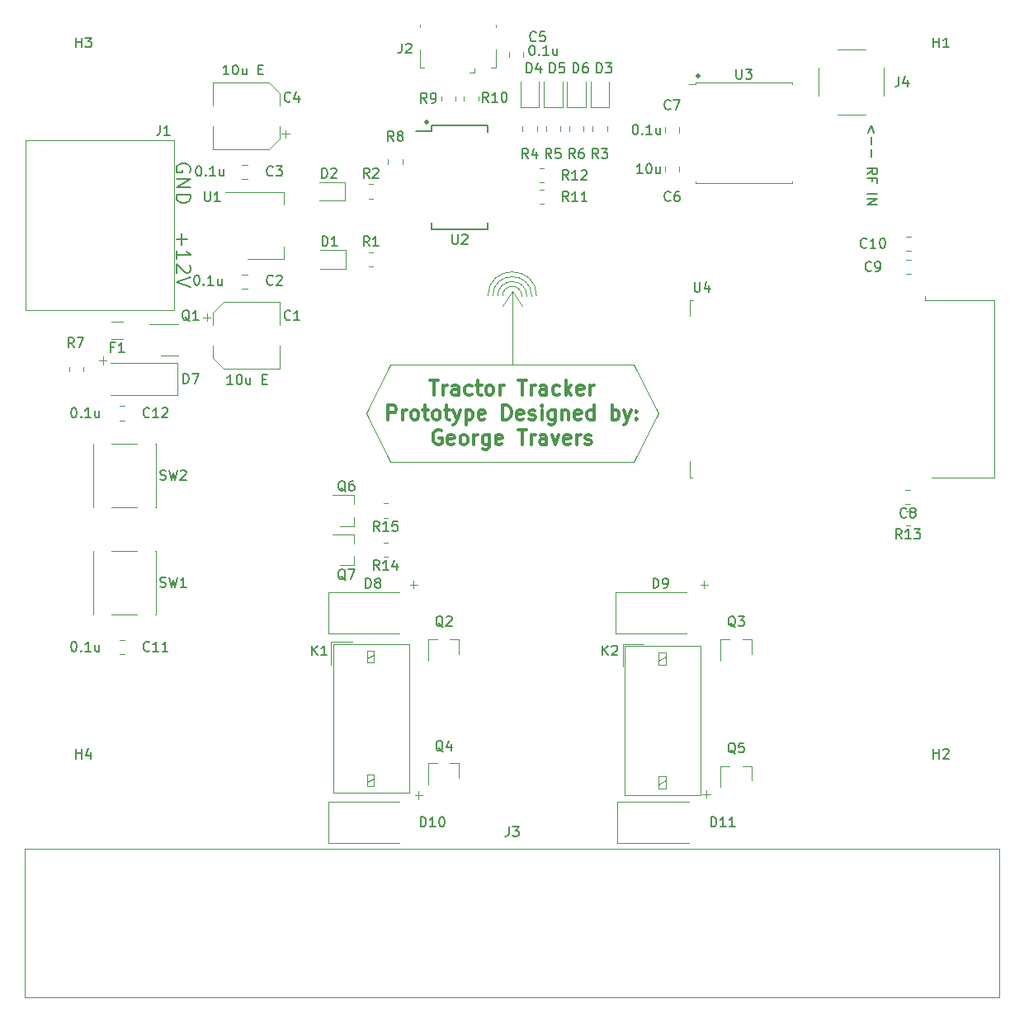
<source format=gbr>
%TF.GenerationSoftware,KiCad,Pcbnew,5.1.10*%
%TF.CreationDate,2021-11-25T21:59:15+00:00*%
%TF.ProjectId,ELE3044 - Tractor Tracker,454c4533-3034-4342-902d-205472616374,rev?*%
%TF.SameCoordinates,Original*%
%TF.FileFunction,Legend,Top*%
%TF.FilePolarity,Positive*%
%FSLAX46Y46*%
G04 Gerber Fmt 4.6, Leading zero omitted, Abs format (unit mm)*
G04 Created by KiCad (PCBNEW 5.1.10) date 2021-11-25 21:59:15*
%MOMM*%
%LPD*%
G01*
G04 APERTURE LIST*
%ADD10C,0.120000*%
%ADD11C,0.150000*%
%ADD12C,0.500000*%
%ADD13C,0.300000*%
G04 APERTURE END LIST*
D10*
X169500000Y-144100000D02*
X170300000Y-144100000D01*
X169900000Y-143700000D02*
X169900000Y-144500000D01*
X169300000Y-122600000D02*
X170100000Y-122600000D01*
X169700000Y-122200000D02*
X169700000Y-123000000D01*
X140000000Y-144200000D02*
X140800000Y-144200000D01*
X140400000Y-143800000D02*
X140400000Y-144600000D01*
X139500000Y-122600000D02*
X140300000Y-122600000D01*
X139900000Y-122200000D02*
X139900000Y-123000000D01*
D11*
X187114285Y-76190476D02*
X186828571Y-75428571D01*
X186542857Y-76190476D01*
X186828571Y-76666666D02*
X186828571Y-77428571D01*
X186828571Y-77904761D02*
X186828571Y-78666666D01*
X186447619Y-80476190D02*
X186923809Y-80142857D01*
X186447619Y-79904761D02*
X187447619Y-79904761D01*
X187447619Y-80285714D01*
X187400000Y-80380952D01*
X187352380Y-80428571D01*
X187257142Y-80476190D01*
X187114285Y-80476190D01*
X187019047Y-80428571D01*
X186971428Y-80380952D01*
X186923809Y-80285714D01*
X186923809Y-79904761D01*
X186971428Y-81238095D02*
X186971428Y-80904761D01*
X186447619Y-80904761D02*
X187447619Y-80904761D01*
X187447619Y-81380952D01*
X186447619Y-82523809D02*
X187447619Y-82523809D01*
X186447619Y-83000000D02*
X187447619Y-83000000D01*
X186447619Y-83571428D01*
X187447619Y-83571428D01*
D12*
X169100000Y-70400000D02*
G75*
G03*
X169100000Y-70400000I0J0D01*
G01*
X141200000Y-75100000D02*
G75*
G03*
X141200000Y-75100000I0J0D01*
G01*
D11*
X116950000Y-80257142D02*
X117021428Y-80114285D01*
X117021428Y-79900000D01*
X116950000Y-79685714D01*
X116807142Y-79542857D01*
X116664285Y-79471428D01*
X116378571Y-79400000D01*
X116164285Y-79400000D01*
X115878571Y-79471428D01*
X115735714Y-79542857D01*
X115592857Y-79685714D01*
X115521428Y-79900000D01*
X115521428Y-80042857D01*
X115592857Y-80257142D01*
X115664285Y-80328571D01*
X116164285Y-80328571D01*
X116164285Y-80042857D01*
X115521428Y-80971428D02*
X117021428Y-80971428D01*
X115521428Y-81828571D01*
X117021428Y-81828571D01*
X115521428Y-82542857D02*
X117021428Y-82542857D01*
X117021428Y-82900000D01*
X116950000Y-83114285D01*
X116807142Y-83257142D01*
X116664285Y-83328571D01*
X116378571Y-83400000D01*
X116164285Y-83400000D01*
X115878571Y-83328571D01*
X115735714Y-83257142D01*
X115592857Y-83114285D01*
X115521428Y-82900000D01*
X115521428Y-82542857D01*
X116092857Y-86557142D02*
X116092857Y-87700000D01*
X115521428Y-87128571D02*
X116664285Y-87128571D01*
X115521428Y-89200000D02*
X115521428Y-88342857D01*
X115521428Y-88771428D02*
X117021428Y-88771428D01*
X116807142Y-88628571D01*
X116664285Y-88485714D01*
X116592857Y-88342857D01*
X116878571Y-89771428D02*
X116950000Y-89842857D01*
X117021428Y-89985714D01*
X117021428Y-90342857D01*
X116950000Y-90485714D01*
X116878571Y-90557142D01*
X116735714Y-90628571D01*
X116592857Y-90628571D01*
X116378571Y-90557142D01*
X115521428Y-89700000D01*
X115521428Y-90628571D01*
X117021428Y-91057142D02*
X115521428Y-91557142D01*
X117021428Y-92057142D01*
D10*
X147500000Y-93000000D02*
G75*
G02*
X152500000Y-93000000I2500000J0D01*
G01*
X148000000Y-93000000D02*
G75*
G02*
X152000000Y-93000000I2000000J0D01*
G01*
X148500000Y-93000000D02*
G75*
G02*
X151500000Y-93000000I1500000J0D01*
G01*
X149000000Y-93000000D02*
G75*
G02*
X151000000Y-93000000I1000000J0D01*
G01*
X151000000Y-94000000D02*
X150000000Y-92500000D01*
X150000000Y-92500000D02*
X149000000Y-94000000D01*
X150000000Y-100000000D02*
X150000000Y-92500000D01*
X135000000Y-105000000D02*
X137500000Y-100000000D01*
X137500000Y-110000000D02*
X135000000Y-105000000D01*
X162500000Y-110000000D02*
X137500000Y-110000000D01*
X165000000Y-105000000D02*
X162500000Y-110000000D01*
X162500000Y-100000000D02*
X165000000Y-105000000D01*
X137500000Y-100000000D02*
X162500000Y-100000000D01*
X107600000Y-99600000D02*
X108400000Y-99600000D01*
X108000000Y-99200000D02*
X108000000Y-100000000D01*
D13*
X141571428Y-101628571D02*
X142428571Y-101628571D01*
X142000000Y-103128571D02*
X142000000Y-101628571D01*
X142928571Y-103128571D02*
X142928571Y-102128571D01*
X142928571Y-102414285D02*
X143000000Y-102271428D01*
X143071428Y-102200000D01*
X143214285Y-102128571D01*
X143357142Y-102128571D01*
X144500000Y-103128571D02*
X144500000Y-102342857D01*
X144428571Y-102200000D01*
X144285714Y-102128571D01*
X144000000Y-102128571D01*
X143857142Y-102200000D01*
X144500000Y-103057142D02*
X144357142Y-103128571D01*
X144000000Y-103128571D01*
X143857142Y-103057142D01*
X143785714Y-102914285D01*
X143785714Y-102771428D01*
X143857142Y-102628571D01*
X144000000Y-102557142D01*
X144357142Y-102557142D01*
X144500000Y-102485714D01*
X145857142Y-103057142D02*
X145714285Y-103128571D01*
X145428571Y-103128571D01*
X145285714Y-103057142D01*
X145214285Y-102985714D01*
X145142857Y-102842857D01*
X145142857Y-102414285D01*
X145214285Y-102271428D01*
X145285714Y-102200000D01*
X145428571Y-102128571D01*
X145714285Y-102128571D01*
X145857142Y-102200000D01*
X146285714Y-102128571D02*
X146857142Y-102128571D01*
X146500000Y-101628571D02*
X146500000Y-102914285D01*
X146571428Y-103057142D01*
X146714285Y-103128571D01*
X146857142Y-103128571D01*
X147571428Y-103128571D02*
X147428571Y-103057142D01*
X147357142Y-102985714D01*
X147285714Y-102842857D01*
X147285714Y-102414285D01*
X147357142Y-102271428D01*
X147428571Y-102200000D01*
X147571428Y-102128571D01*
X147785714Y-102128571D01*
X147928571Y-102200000D01*
X148000000Y-102271428D01*
X148071428Y-102414285D01*
X148071428Y-102842857D01*
X148000000Y-102985714D01*
X147928571Y-103057142D01*
X147785714Y-103128571D01*
X147571428Y-103128571D01*
X148714285Y-103128571D02*
X148714285Y-102128571D01*
X148714285Y-102414285D02*
X148785714Y-102271428D01*
X148857142Y-102200000D01*
X149000000Y-102128571D01*
X149142857Y-102128571D01*
X150571428Y-101628571D02*
X151428571Y-101628571D01*
X151000000Y-103128571D02*
X151000000Y-101628571D01*
X151928571Y-103128571D02*
X151928571Y-102128571D01*
X151928571Y-102414285D02*
X152000000Y-102271428D01*
X152071428Y-102200000D01*
X152214285Y-102128571D01*
X152357142Y-102128571D01*
X153500000Y-103128571D02*
X153500000Y-102342857D01*
X153428571Y-102200000D01*
X153285714Y-102128571D01*
X153000000Y-102128571D01*
X152857142Y-102200000D01*
X153500000Y-103057142D02*
X153357142Y-103128571D01*
X153000000Y-103128571D01*
X152857142Y-103057142D01*
X152785714Y-102914285D01*
X152785714Y-102771428D01*
X152857142Y-102628571D01*
X153000000Y-102557142D01*
X153357142Y-102557142D01*
X153500000Y-102485714D01*
X154857142Y-103057142D02*
X154714285Y-103128571D01*
X154428571Y-103128571D01*
X154285714Y-103057142D01*
X154214285Y-102985714D01*
X154142857Y-102842857D01*
X154142857Y-102414285D01*
X154214285Y-102271428D01*
X154285714Y-102200000D01*
X154428571Y-102128571D01*
X154714285Y-102128571D01*
X154857142Y-102200000D01*
X155500000Y-103128571D02*
X155500000Y-101628571D01*
X155642857Y-102557142D02*
X156071428Y-103128571D01*
X156071428Y-102128571D02*
X155500000Y-102700000D01*
X157285714Y-103057142D02*
X157142857Y-103128571D01*
X156857142Y-103128571D01*
X156714285Y-103057142D01*
X156642857Y-102914285D01*
X156642857Y-102342857D01*
X156714285Y-102200000D01*
X156857142Y-102128571D01*
X157142857Y-102128571D01*
X157285714Y-102200000D01*
X157357142Y-102342857D01*
X157357142Y-102485714D01*
X156642857Y-102628571D01*
X158000000Y-103128571D02*
X158000000Y-102128571D01*
X158000000Y-102414285D02*
X158071428Y-102271428D01*
X158142857Y-102200000D01*
X158285714Y-102128571D01*
X158428571Y-102128571D01*
X137250000Y-105678571D02*
X137250000Y-104178571D01*
X137821428Y-104178571D01*
X137964285Y-104250000D01*
X138035714Y-104321428D01*
X138107142Y-104464285D01*
X138107142Y-104678571D01*
X138035714Y-104821428D01*
X137964285Y-104892857D01*
X137821428Y-104964285D01*
X137250000Y-104964285D01*
X138750000Y-105678571D02*
X138750000Y-104678571D01*
X138750000Y-104964285D02*
X138821428Y-104821428D01*
X138892857Y-104750000D01*
X139035714Y-104678571D01*
X139178571Y-104678571D01*
X139892857Y-105678571D02*
X139750000Y-105607142D01*
X139678571Y-105535714D01*
X139607142Y-105392857D01*
X139607142Y-104964285D01*
X139678571Y-104821428D01*
X139750000Y-104750000D01*
X139892857Y-104678571D01*
X140107142Y-104678571D01*
X140250000Y-104750000D01*
X140321428Y-104821428D01*
X140392857Y-104964285D01*
X140392857Y-105392857D01*
X140321428Y-105535714D01*
X140250000Y-105607142D01*
X140107142Y-105678571D01*
X139892857Y-105678571D01*
X140821428Y-104678571D02*
X141392857Y-104678571D01*
X141035714Y-104178571D02*
X141035714Y-105464285D01*
X141107142Y-105607142D01*
X141250000Y-105678571D01*
X141392857Y-105678571D01*
X142107142Y-105678571D02*
X141964285Y-105607142D01*
X141892857Y-105535714D01*
X141821428Y-105392857D01*
X141821428Y-104964285D01*
X141892857Y-104821428D01*
X141964285Y-104750000D01*
X142107142Y-104678571D01*
X142321428Y-104678571D01*
X142464285Y-104750000D01*
X142535714Y-104821428D01*
X142607142Y-104964285D01*
X142607142Y-105392857D01*
X142535714Y-105535714D01*
X142464285Y-105607142D01*
X142321428Y-105678571D01*
X142107142Y-105678571D01*
X143035714Y-104678571D02*
X143607142Y-104678571D01*
X143250000Y-104178571D02*
X143250000Y-105464285D01*
X143321428Y-105607142D01*
X143464285Y-105678571D01*
X143607142Y-105678571D01*
X143964285Y-104678571D02*
X144321428Y-105678571D01*
X144678571Y-104678571D02*
X144321428Y-105678571D01*
X144178571Y-106035714D01*
X144107142Y-106107142D01*
X143964285Y-106178571D01*
X145250000Y-104678571D02*
X145250000Y-106178571D01*
X145250000Y-104750000D02*
X145392857Y-104678571D01*
X145678571Y-104678571D01*
X145821428Y-104750000D01*
X145892857Y-104821428D01*
X145964285Y-104964285D01*
X145964285Y-105392857D01*
X145892857Y-105535714D01*
X145821428Y-105607142D01*
X145678571Y-105678571D01*
X145392857Y-105678571D01*
X145250000Y-105607142D01*
X147178571Y-105607142D02*
X147035714Y-105678571D01*
X146750000Y-105678571D01*
X146607142Y-105607142D01*
X146535714Y-105464285D01*
X146535714Y-104892857D01*
X146607142Y-104750000D01*
X146750000Y-104678571D01*
X147035714Y-104678571D01*
X147178571Y-104750000D01*
X147250000Y-104892857D01*
X147250000Y-105035714D01*
X146535714Y-105178571D01*
X149035714Y-105678571D02*
X149035714Y-104178571D01*
X149392857Y-104178571D01*
X149607142Y-104250000D01*
X149750000Y-104392857D01*
X149821428Y-104535714D01*
X149892857Y-104821428D01*
X149892857Y-105035714D01*
X149821428Y-105321428D01*
X149750000Y-105464285D01*
X149607142Y-105607142D01*
X149392857Y-105678571D01*
X149035714Y-105678571D01*
X151107142Y-105607142D02*
X150964285Y-105678571D01*
X150678571Y-105678571D01*
X150535714Y-105607142D01*
X150464285Y-105464285D01*
X150464285Y-104892857D01*
X150535714Y-104750000D01*
X150678571Y-104678571D01*
X150964285Y-104678571D01*
X151107142Y-104750000D01*
X151178571Y-104892857D01*
X151178571Y-105035714D01*
X150464285Y-105178571D01*
X151750000Y-105607142D02*
X151892857Y-105678571D01*
X152178571Y-105678571D01*
X152321428Y-105607142D01*
X152392857Y-105464285D01*
X152392857Y-105392857D01*
X152321428Y-105250000D01*
X152178571Y-105178571D01*
X151964285Y-105178571D01*
X151821428Y-105107142D01*
X151750000Y-104964285D01*
X151750000Y-104892857D01*
X151821428Y-104750000D01*
X151964285Y-104678571D01*
X152178571Y-104678571D01*
X152321428Y-104750000D01*
X153035714Y-105678571D02*
X153035714Y-104678571D01*
X153035714Y-104178571D02*
X152964285Y-104250000D01*
X153035714Y-104321428D01*
X153107142Y-104250000D01*
X153035714Y-104178571D01*
X153035714Y-104321428D01*
X154392857Y-104678571D02*
X154392857Y-105892857D01*
X154321428Y-106035714D01*
X154250000Y-106107142D01*
X154107142Y-106178571D01*
X153892857Y-106178571D01*
X153750000Y-106107142D01*
X154392857Y-105607142D02*
X154250000Y-105678571D01*
X153964285Y-105678571D01*
X153821428Y-105607142D01*
X153750000Y-105535714D01*
X153678571Y-105392857D01*
X153678571Y-104964285D01*
X153750000Y-104821428D01*
X153821428Y-104750000D01*
X153964285Y-104678571D01*
X154250000Y-104678571D01*
X154392857Y-104750000D01*
X155107142Y-104678571D02*
X155107142Y-105678571D01*
X155107142Y-104821428D02*
X155178571Y-104750000D01*
X155321428Y-104678571D01*
X155535714Y-104678571D01*
X155678571Y-104750000D01*
X155750000Y-104892857D01*
X155750000Y-105678571D01*
X157035714Y-105607142D02*
X156892857Y-105678571D01*
X156607142Y-105678571D01*
X156464285Y-105607142D01*
X156392857Y-105464285D01*
X156392857Y-104892857D01*
X156464285Y-104750000D01*
X156607142Y-104678571D01*
X156892857Y-104678571D01*
X157035714Y-104750000D01*
X157107142Y-104892857D01*
X157107142Y-105035714D01*
X156392857Y-105178571D01*
X158392857Y-105678571D02*
X158392857Y-104178571D01*
X158392857Y-105607142D02*
X158250000Y-105678571D01*
X157964285Y-105678571D01*
X157821428Y-105607142D01*
X157750000Y-105535714D01*
X157678571Y-105392857D01*
X157678571Y-104964285D01*
X157750000Y-104821428D01*
X157821428Y-104750000D01*
X157964285Y-104678571D01*
X158250000Y-104678571D01*
X158392857Y-104750000D01*
X160250000Y-105678571D02*
X160250000Y-104178571D01*
X160250000Y-104750000D02*
X160392857Y-104678571D01*
X160678571Y-104678571D01*
X160821428Y-104750000D01*
X160892857Y-104821428D01*
X160964285Y-104964285D01*
X160964285Y-105392857D01*
X160892857Y-105535714D01*
X160821428Y-105607142D01*
X160678571Y-105678571D01*
X160392857Y-105678571D01*
X160250000Y-105607142D01*
X161464285Y-104678571D02*
X161821428Y-105678571D01*
X162178571Y-104678571D02*
X161821428Y-105678571D01*
X161678571Y-106035714D01*
X161607142Y-106107142D01*
X161464285Y-106178571D01*
X162750000Y-105535714D02*
X162821428Y-105607142D01*
X162750000Y-105678571D01*
X162678571Y-105607142D01*
X162750000Y-105535714D01*
X162750000Y-105678571D01*
X162750000Y-104750000D02*
X162821428Y-104821428D01*
X162750000Y-104892857D01*
X162678571Y-104821428D01*
X162750000Y-104750000D01*
X162750000Y-104892857D01*
X142714285Y-106800000D02*
X142571428Y-106728571D01*
X142357142Y-106728571D01*
X142142857Y-106800000D01*
X142000000Y-106942857D01*
X141928571Y-107085714D01*
X141857142Y-107371428D01*
X141857142Y-107585714D01*
X141928571Y-107871428D01*
X142000000Y-108014285D01*
X142142857Y-108157142D01*
X142357142Y-108228571D01*
X142500000Y-108228571D01*
X142714285Y-108157142D01*
X142785714Y-108085714D01*
X142785714Y-107585714D01*
X142500000Y-107585714D01*
X144000000Y-108157142D02*
X143857142Y-108228571D01*
X143571428Y-108228571D01*
X143428571Y-108157142D01*
X143357142Y-108014285D01*
X143357142Y-107442857D01*
X143428571Y-107300000D01*
X143571428Y-107228571D01*
X143857142Y-107228571D01*
X144000000Y-107300000D01*
X144071428Y-107442857D01*
X144071428Y-107585714D01*
X143357142Y-107728571D01*
X144928571Y-108228571D02*
X144785714Y-108157142D01*
X144714285Y-108085714D01*
X144642857Y-107942857D01*
X144642857Y-107514285D01*
X144714285Y-107371428D01*
X144785714Y-107300000D01*
X144928571Y-107228571D01*
X145142857Y-107228571D01*
X145285714Y-107300000D01*
X145357142Y-107371428D01*
X145428571Y-107514285D01*
X145428571Y-107942857D01*
X145357142Y-108085714D01*
X145285714Y-108157142D01*
X145142857Y-108228571D01*
X144928571Y-108228571D01*
X146071428Y-108228571D02*
X146071428Y-107228571D01*
X146071428Y-107514285D02*
X146142857Y-107371428D01*
X146214285Y-107300000D01*
X146357142Y-107228571D01*
X146500000Y-107228571D01*
X147642857Y-107228571D02*
X147642857Y-108442857D01*
X147571428Y-108585714D01*
X147500000Y-108657142D01*
X147357142Y-108728571D01*
X147142857Y-108728571D01*
X147000000Y-108657142D01*
X147642857Y-108157142D02*
X147500000Y-108228571D01*
X147214285Y-108228571D01*
X147071428Y-108157142D01*
X147000000Y-108085714D01*
X146928571Y-107942857D01*
X146928571Y-107514285D01*
X147000000Y-107371428D01*
X147071428Y-107300000D01*
X147214285Y-107228571D01*
X147500000Y-107228571D01*
X147642857Y-107300000D01*
X148928571Y-108157142D02*
X148785714Y-108228571D01*
X148500000Y-108228571D01*
X148357142Y-108157142D01*
X148285714Y-108014285D01*
X148285714Y-107442857D01*
X148357142Y-107300000D01*
X148500000Y-107228571D01*
X148785714Y-107228571D01*
X148928571Y-107300000D01*
X149000000Y-107442857D01*
X149000000Y-107585714D01*
X148285714Y-107728571D01*
X150571428Y-106728571D02*
X151428571Y-106728571D01*
X151000000Y-108228571D02*
X151000000Y-106728571D01*
X151928571Y-108228571D02*
X151928571Y-107228571D01*
X151928571Y-107514285D02*
X152000000Y-107371428D01*
X152071428Y-107300000D01*
X152214285Y-107228571D01*
X152357142Y-107228571D01*
X153500000Y-108228571D02*
X153500000Y-107442857D01*
X153428571Y-107300000D01*
X153285714Y-107228571D01*
X153000000Y-107228571D01*
X152857142Y-107300000D01*
X153500000Y-108157142D02*
X153357142Y-108228571D01*
X153000000Y-108228571D01*
X152857142Y-108157142D01*
X152785714Y-108014285D01*
X152785714Y-107871428D01*
X152857142Y-107728571D01*
X153000000Y-107657142D01*
X153357142Y-107657142D01*
X153500000Y-107585714D01*
X154071428Y-107228571D02*
X154428571Y-108228571D01*
X154785714Y-107228571D01*
X155928571Y-108157142D02*
X155785714Y-108228571D01*
X155500000Y-108228571D01*
X155357142Y-108157142D01*
X155285714Y-108014285D01*
X155285714Y-107442857D01*
X155357142Y-107300000D01*
X155500000Y-107228571D01*
X155785714Y-107228571D01*
X155928571Y-107300000D01*
X156000000Y-107442857D01*
X156000000Y-107585714D01*
X155285714Y-107728571D01*
X156642857Y-108228571D02*
X156642857Y-107228571D01*
X156642857Y-107514285D02*
X156714285Y-107371428D01*
X156785714Y-107300000D01*
X156928571Y-107228571D01*
X157071428Y-107228571D01*
X157500000Y-108157142D02*
X157642857Y-108228571D01*
X157928571Y-108228571D01*
X158071428Y-108157142D01*
X158142857Y-108014285D01*
X158142857Y-107942857D01*
X158071428Y-107800000D01*
X157928571Y-107728571D01*
X157714285Y-107728571D01*
X157571428Y-107657142D01*
X157500000Y-107514285D01*
X157500000Y-107442857D01*
X157571428Y-107300000D01*
X157714285Y-107228571D01*
X157928571Y-107228571D01*
X158071428Y-107300000D01*
D10*
%TO.C,J1*%
X100032000Y-94399000D02*
X100032000Y-77000000D01*
X115272000Y-77000000D02*
X115272000Y-94399000D01*
X115272000Y-94399000D02*
X100032000Y-94399000D01*
X115272000Y-77000000D02*
X100032000Y-77000000D01*
%TO.C,J3*%
X100003000Y-164938000D02*
X199952000Y-164938000D01*
X199952000Y-149698000D02*
X100003000Y-149698000D01*
X199952000Y-149698000D02*
X199952000Y-164938000D01*
X100003000Y-149698000D02*
X100003000Y-164938000D01*
%TO.C,U3*%
X168790000Y-71090000D02*
X178710000Y-71090000D01*
X168790000Y-81410000D02*
X178710000Y-81410000D01*
X178710000Y-81260000D02*
X178710000Y-81410000D01*
X168790000Y-81260000D02*
X168790000Y-81410000D01*
X178710000Y-71090000D02*
X178710000Y-71240000D01*
X168790000Y-71090000D02*
X168790000Y-71240000D01*
X168100000Y-71240000D02*
X168790000Y-71240000D01*
%TO.C,D2*%
X132872500Y-81290000D02*
X130187500Y-81290000D01*
X132872500Y-83210000D02*
X132872500Y-81290000D01*
X130187500Y-83210000D02*
X132872500Y-83210000D01*
%TO.C,D7*%
X115650000Y-103150000D02*
X108750000Y-103150000D01*
X115650000Y-99850000D02*
X108750000Y-99850000D01*
X115650000Y-103150000D02*
X115650000Y-99850000D01*
%TO.C,K1*%
X135130000Y-142900000D02*
X135830000Y-142500000D01*
X135830000Y-143300000D02*
X135830000Y-142100000D01*
X135830000Y-142100000D02*
X135130000Y-142100000D01*
X135130000Y-142100000D02*
X135130000Y-143300000D01*
X135130000Y-143300000D02*
X135830000Y-143300000D01*
X135130000Y-130200000D02*
X135830000Y-129800000D01*
X135830000Y-130600000D02*
X135830000Y-129400000D01*
X135830000Y-129400000D02*
X135130000Y-129400000D01*
X135130000Y-129400000D02*
X135130000Y-130600000D01*
X135130000Y-130600000D02*
X135830000Y-130600000D01*
X131430000Y-130830000D02*
X131430000Y-128490000D01*
X131430000Y-128490000D02*
X133620000Y-128490000D01*
X139430000Y-128710000D02*
X131650000Y-128710000D01*
X139430000Y-143990000D02*
X131650000Y-143990000D01*
X131650000Y-128730000D02*
X131650000Y-143990000D01*
X139430000Y-128710000D02*
X139430000Y-143990000D01*
%TO.C,D10*%
X131100000Y-144850000D02*
X138400000Y-144850000D01*
X131100000Y-149150000D02*
X138400000Y-149150000D01*
X131100000Y-144850000D02*
X131100000Y-149150000D01*
%TO.C,U4*%
X168200000Y-93380000D02*
X168200000Y-95040000D01*
X168560000Y-93380000D02*
X168200000Y-93380000D01*
X168200000Y-111620000D02*
X168200000Y-109960000D01*
X168460000Y-111620000D02*
X168200000Y-111620000D01*
X199450000Y-93375000D02*
X199450000Y-111630000D01*
X192370000Y-93390000D02*
X199450000Y-93375000D01*
X193030000Y-111630000D02*
X199450000Y-111630000D01*
X192370000Y-93390000D02*
X192370000Y-93000000D01*
D11*
%TO.C,U2*%
X141725000Y-76050000D02*
X140125000Y-76050000D01*
X141725000Y-86125000D02*
X147475000Y-86125000D01*
X141725000Y-75475000D02*
X147475000Y-75475000D01*
X141725000Y-86125000D02*
X141725000Y-85475000D01*
X147475000Y-86125000D02*
X147475000Y-85475000D01*
X147475000Y-75475000D02*
X147475000Y-76125000D01*
X141725000Y-75475000D02*
X141725000Y-76050000D01*
D10*
%TO.C,U1*%
X120550000Y-82340000D02*
X126560000Y-82340000D01*
X122800000Y-89160000D02*
X126560000Y-89160000D01*
X126560000Y-82340000D02*
X126560000Y-83600000D01*
X126560000Y-89160000D02*
X126560000Y-87900000D01*
%TO.C,SW2*%
X113430000Y-114630000D02*
X113400000Y-114630000D01*
X106970000Y-114630000D02*
X107000000Y-114630000D01*
X106970000Y-108170000D02*
X107000000Y-108170000D01*
X113400000Y-108170000D02*
X113430000Y-108170000D01*
X111500000Y-114630000D02*
X108900000Y-114630000D01*
X113430000Y-108170000D02*
X113430000Y-114630000D01*
X111500000Y-108170000D02*
X108900000Y-108170000D01*
X106970000Y-108170000D02*
X106970000Y-114630000D01*
%TO.C,SW1*%
X113430000Y-125630000D02*
X113400000Y-125630000D01*
X106970000Y-125630000D02*
X107000000Y-125630000D01*
X106970000Y-119170000D02*
X107000000Y-119170000D01*
X113400000Y-119170000D02*
X113430000Y-119170000D01*
X111500000Y-125630000D02*
X108900000Y-125630000D01*
X113430000Y-119170000D02*
X113430000Y-125630000D01*
X111500000Y-119170000D02*
X108900000Y-119170000D01*
X106970000Y-119170000D02*
X106970000Y-125630000D01*
%TO.C,R2*%
X135272936Y-82985000D02*
X135727064Y-82985000D01*
X135272936Y-81515000D02*
X135727064Y-81515000D01*
%TO.C,R1*%
X135272936Y-89985000D02*
X135727064Y-89985000D01*
X135272936Y-88515000D02*
X135727064Y-88515000D01*
%TO.C,R6*%
X157335000Y-76027064D02*
X157335000Y-75572936D01*
X155865000Y-76027064D02*
X155865000Y-75572936D01*
%TO.C,R5*%
X154935000Y-76027064D02*
X154935000Y-75572936D01*
X153465000Y-76027064D02*
X153465000Y-75572936D01*
%TO.C,Q5*%
X174530000Y-141240000D02*
X174530000Y-142700000D01*
X171370000Y-141240000D02*
X171370000Y-143400000D01*
X171370000Y-141240000D02*
X172300000Y-141240000D01*
X174530000Y-141240000D02*
X173600000Y-141240000D01*
%TO.C,Q3*%
X174530000Y-128240000D02*
X174530000Y-129700000D01*
X171370000Y-128240000D02*
X171370000Y-130400000D01*
X171370000Y-128240000D02*
X172300000Y-128240000D01*
X174530000Y-128240000D02*
X173600000Y-128240000D01*
%TO.C,Q4*%
X144530000Y-140940000D02*
X144530000Y-142400000D01*
X141370000Y-140940000D02*
X141370000Y-143100000D01*
X141370000Y-140940000D02*
X142300000Y-140940000D01*
X144530000Y-140940000D02*
X143600000Y-140940000D01*
%TO.C,Q2*%
X144530000Y-128240000D02*
X144530000Y-129700000D01*
X141370000Y-128240000D02*
X141370000Y-130400000D01*
X141370000Y-128240000D02*
X142300000Y-128240000D01*
X144530000Y-128240000D02*
X143600000Y-128240000D01*
%TO.C,Q7*%
X133760000Y-120630000D02*
X132300000Y-120630000D01*
X133760000Y-117470000D02*
X131600000Y-117470000D01*
X133760000Y-117470000D02*
X133760000Y-118400000D01*
X133760000Y-120630000D02*
X133760000Y-119700000D01*
%TO.C,Q6*%
X133760000Y-116580000D02*
X132300000Y-116580000D01*
X133760000Y-113420000D02*
X131600000Y-113420000D01*
X133760000Y-113420000D02*
X133760000Y-114350000D01*
X133760000Y-116580000D02*
X133760000Y-115650000D01*
%TO.C,Q1*%
X115750000Y-95840000D02*
X112800000Y-95840000D01*
X113950000Y-99060000D02*
X115750000Y-99060000D01*
%TO.C,K2*%
X165030000Y-143100000D02*
X165730000Y-142700000D01*
X165730000Y-143500000D02*
X165730000Y-142300000D01*
X165730000Y-142300000D02*
X165030000Y-142300000D01*
X165030000Y-142300000D02*
X165030000Y-143500000D01*
X165030000Y-143500000D02*
X165730000Y-143500000D01*
X165030000Y-130400000D02*
X165730000Y-130000000D01*
X165730000Y-130800000D02*
X165730000Y-129600000D01*
X165730000Y-129600000D02*
X165030000Y-129600000D01*
X165030000Y-129600000D02*
X165030000Y-130800000D01*
X165030000Y-130800000D02*
X165730000Y-130800000D01*
X161330000Y-131030000D02*
X161330000Y-128690000D01*
X161330000Y-128690000D02*
X163520000Y-128690000D01*
X169330000Y-128910000D02*
X161550000Y-128910000D01*
X169330000Y-144190000D02*
X161550000Y-144190000D01*
X161550000Y-128930000D02*
X161550000Y-144190000D01*
X169330000Y-128910000D02*
X169330000Y-144190000D01*
%TO.C,J4*%
X181445000Y-69550000D02*
X181445000Y-72450000D01*
X188155000Y-69550000D02*
X188155000Y-72450000D01*
X183350000Y-74355000D02*
X186250000Y-74355000D01*
X183350000Y-67645000D02*
X186250000Y-67645000D01*
%TO.C,J2*%
X148300000Y-69500000D02*
X147850000Y-69500000D01*
X148300000Y-67650000D02*
X148300000Y-69500000D01*
X140500000Y-65100000D02*
X140500000Y-65350000D01*
X148300000Y-65100000D02*
X148300000Y-65350000D01*
X140500000Y-67650000D02*
X140500000Y-69500000D01*
X140500000Y-69500000D02*
X140950000Y-69500000D01*
X146100000Y-70050000D02*
X145650000Y-70050000D01*
X146100000Y-70050000D02*
X146100000Y-69600000D01*
%TO.C,F1*%
X110089564Y-95590000D02*
X108885436Y-95590000D01*
X110089564Y-97410000D02*
X108885436Y-97410000D01*
%TO.C,D1*%
X132935000Y-88290000D02*
X130250000Y-88290000D01*
X132935000Y-90210000D02*
X132935000Y-88290000D01*
X130250000Y-90210000D02*
X132935000Y-90210000D01*
%TO.C,D6*%
X157560000Y-73622500D02*
X157560000Y-70937500D01*
X155640000Y-73622500D02*
X157560000Y-73622500D01*
X155640000Y-70937500D02*
X155640000Y-73622500D01*
%TO.C,D5*%
X155160000Y-73622500D02*
X155160000Y-70937500D01*
X153240000Y-73622500D02*
X155160000Y-73622500D01*
X153240000Y-70937500D02*
X153240000Y-73622500D01*
%TO.C,D4*%
X152760000Y-73622500D02*
X152760000Y-70937500D01*
X150840000Y-73622500D02*
X152760000Y-73622500D01*
X150840000Y-70937500D02*
X150840000Y-73622500D01*
%TO.C,D3*%
X159960000Y-73622500D02*
X159960000Y-70937500D01*
X158040000Y-73622500D02*
X159960000Y-73622500D01*
X158040000Y-70937500D02*
X158040000Y-73622500D01*
%TO.C,D9*%
X160600000Y-123350000D02*
X167900000Y-123350000D01*
X160600000Y-127650000D02*
X167900000Y-127650000D01*
X160600000Y-123350000D02*
X160600000Y-127650000D01*
%TO.C,D11*%
X160800000Y-144850000D02*
X168100000Y-144850000D01*
X160800000Y-149150000D02*
X168100000Y-149150000D01*
X160800000Y-144850000D02*
X160800000Y-149150000D01*
%TO.C,D8*%
X131100000Y-123350000D02*
X138400000Y-123350000D01*
X131100000Y-127650000D02*
X138400000Y-127650000D01*
X131100000Y-123350000D02*
X131100000Y-127650000D01*
%TO.C,C4*%
X126743750Y-76741250D02*
X126743750Y-75953750D01*
X127137500Y-76347500D02*
X126350000Y-76347500D01*
X126110000Y-72154437D02*
X125045563Y-71090000D01*
X126110000Y-76845563D02*
X125045563Y-77910000D01*
X126110000Y-76845563D02*
X126110000Y-75560000D01*
X126110000Y-72154437D02*
X126110000Y-73440000D01*
X125045563Y-71090000D02*
X119290000Y-71090000D01*
X125045563Y-77910000D02*
X119290000Y-77910000D01*
X119290000Y-77910000D02*
X119290000Y-75560000D01*
X119290000Y-71090000D02*
X119290000Y-73440000D01*
%TO.C,C1*%
X118656250Y-94758750D02*
X118656250Y-95546250D01*
X118262500Y-95152500D02*
X119050000Y-95152500D01*
X119290000Y-99345563D02*
X120354437Y-100410000D01*
X119290000Y-94654437D02*
X120354437Y-93590000D01*
X119290000Y-94654437D02*
X119290000Y-95940000D01*
X119290000Y-99345563D02*
X119290000Y-98060000D01*
X120354437Y-100410000D02*
X126110000Y-100410000D01*
X120354437Y-93590000D02*
X126110000Y-93590000D01*
X126110000Y-93590000D02*
X126110000Y-95940000D01*
X126110000Y-100410000D02*
X126110000Y-98060000D01*
%TO.C,C7*%
X167135000Y-76198752D02*
X167135000Y-75676248D01*
X165665000Y-76198752D02*
X165665000Y-75676248D01*
%TO.C,C6*%
X165665000Y-79676248D02*
X165665000Y-80198752D01*
X167135000Y-79676248D02*
X167135000Y-80198752D01*
%TO.C,C10*%
X190376248Y-88335000D02*
X190898752Y-88335000D01*
X190376248Y-86865000D02*
X190898752Y-86865000D01*
%TO.C,C3*%
X122798752Y-79515000D02*
X122276248Y-79515000D01*
X122798752Y-80985000D02*
X122276248Y-80985000D01*
%TO.C,C2*%
X122276248Y-92235000D02*
X122798752Y-92235000D01*
X122276248Y-90765000D02*
X122798752Y-90765000D01*
%TO.C,R11*%
X153227064Y-79865000D02*
X152772936Y-79865000D01*
X153227064Y-81335000D02*
X152772936Y-81335000D01*
%TO.C,R4*%
X152535000Y-76027064D02*
X152535000Y-75572936D01*
X151065000Y-76027064D02*
X151065000Y-75572936D01*
%TO.C,R3*%
X159735000Y-76027064D02*
X159735000Y-75572936D01*
X158265000Y-76027064D02*
X158265000Y-75572936D01*
%TO.C,R13*%
X190827064Y-115065000D02*
X190372936Y-115065000D01*
X190827064Y-116535000D02*
X190372936Y-116535000D01*
%TO.C,R12*%
X152772936Y-83535000D02*
X153227064Y-83535000D01*
X152772936Y-82065000D02*
X153227064Y-82065000D01*
%TO.C,R10*%
X145065000Y-72472936D02*
X145065000Y-72927064D01*
X146535000Y-72472936D02*
X146535000Y-72927064D01*
%TO.C,R9*%
X144185000Y-72927064D02*
X144185000Y-72472936D01*
X142715000Y-72927064D02*
X142715000Y-72472936D01*
%TO.C,R8*%
X138735000Y-79427064D02*
X138735000Y-78972936D01*
X137265000Y-79427064D02*
X137265000Y-78972936D01*
%TO.C,R15*%
X137227064Y-114265000D02*
X136772936Y-114265000D01*
X137227064Y-115735000D02*
X136772936Y-115735000D01*
%TO.C,R14*%
X137227064Y-118265000D02*
X136772936Y-118265000D01*
X137227064Y-119735000D02*
X136772936Y-119735000D01*
%TO.C,R7*%
X105985000Y-100727064D02*
X105985000Y-100272936D01*
X104515000Y-100727064D02*
X104515000Y-100272936D01*
%TO.C,C9*%
X190376248Y-90735000D02*
X190898752Y-90735000D01*
X190376248Y-89265000D02*
X190898752Y-89265000D01*
%TO.C,C8*%
X190861252Y-112865000D02*
X190338748Y-112865000D01*
X190861252Y-114335000D02*
X190338748Y-114335000D01*
%TO.C,C12*%
X110261252Y-104265000D02*
X109738748Y-104265000D01*
X110261252Y-105735000D02*
X109738748Y-105735000D01*
%TO.C,C11*%
X110223752Y-128265000D02*
X109701248Y-128265000D01*
X110223752Y-129735000D02*
X109701248Y-129735000D01*
%TO.C,C5*%
X151135000Y-68473752D02*
X151135000Y-67951248D01*
X149665000Y-68473752D02*
X149665000Y-67951248D01*
%TO.C,J1*%
D11*
X113866666Y-75452380D02*
X113866666Y-76166666D01*
X113819047Y-76309523D01*
X113723809Y-76404761D01*
X113580952Y-76452380D01*
X113485714Y-76452380D01*
X114866666Y-76452380D02*
X114295238Y-76452380D01*
X114580952Y-76452380D02*
X114580952Y-75452380D01*
X114485714Y-75595238D01*
X114390476Y-75690476D01*
X114295238Y-75738095D01*
%TO.C,J3*%
X149666666Y-147452380D02*
X149666666Y-148166666D01*
X149619047Y-148309523D01*
X149523809Y-148404761D01*
X149380952Y-148452380D01*
X149285714Y-148452380D01*
X150047619Y-147452380D02*
X150666666Y-147452380D01*
X150333333Y-147833333D01*
X150476190Y-147833333D01*
X150571428Y-147880952D01*
X150619047Y-147928571D01*
X150666666Y-148023809D01*
X150666666Y-148261904D01*
X150619047Y-148357142D01*
X150571428Y-148404761D01*
X150476190Y-148452380D01*
X150190476Y-148452380D01*
X150095238Y-148404761D01*
X150047619Y-148357142D01*
%TO.C,U3*%
X172988095Y-69702380D02*
X172988095Y-70511904D01*
X173035714Y-70607142D01*
X173083333Y-70654761D01*
X173178571Y-70702380D01*
X173369047Y-70702380D01*
X173464285Y-70654761D01*
X173511904Y-70607142D01*
X173559523Y-70511904D01*
X173559523Y-69702380D01*
X173940476Y-69702380D02*
X174559523Y-69702380D01*
X174226190Y-70083333D01*
X174369047Y-70083333D01*
X174464285Y-70130952D01*
X174511904Y-70178571D01*
X174559523Y-70273809D01*
X174559523Y-70511904D01*
X174511904Y-70607142D01*
X174464285Y-70654761D01*
X174369047Y-70702380D01*
X174083333Y-70702380D01*
X173988095Y-70654761D01*
X173940476Y-70607142D01*
%TO.C,D2*%
X130461904Y-80852380D02*
X130461904Y-79852380D01*
X130700000Y-79852380D01*
X130842857Y-79900000D01*
X130938095Y-79995238D01*
X130985714Y-80090476D01*
X131033333Y-80280952D01*
X131033333Y-80423809D01*
X130985714Y-80614285D01*
X130938095Y-80709523D01*
X130842857Y-80804761D01*
X130700000Y-80852380D01*
X130461904Y-80852380D01*
X131414285Y-79947619D02*
X131461904Y-79900000D01*
X131557142Y-79852380D01*
X131795238Y-79852380D01*
X131890476Y-79900000D01*
X131938095Y-79947619D01*
X131985714Y-80042857D01*
X131985714Y-80138095D01*
X131938095Y-80280952D01*
X131366666Y-80852380D01*
X131985714Y-80852380D01*
%TO.C,D7*%
X116261904Y-101952380D02*
X116261904Y-100952380D01*
X116500000Y-100952380D01*
X116642857Y-101000000D01*
X116738095Y-101095238D01*
X116785714Y-101190476D01*
X116833333Y-101380952D01*
X116833333Y-101523809D01*
X116785714Y-101714285D01*
X116738095Y-101809523D01*
X116642857Y-101904761D01*
X116500000Y-101952380D01*
X116261904Y-101952380D01*
X117166666Y-100952380D02*
X117833333Y-100952380D01*
X117404761Y-101952380D01*
%TO.C,K1*%
X129461904Y-129852380D02*
X129461904Y-128852380D01*
X130033333Y-129852380D02*
X129604761Y-129280952D01*
X130033333Y-128852380D02*
X129461904Y-129423809D01*
X130985714Y-129852380D02*
X130414285Y-129852380D01*
X130700000Y-129852380D02*
X130700000Y-128852380D01*
X130604761Y-128995238D01*
X130509523Y-129090476D01*
X130414285Y-129138095D01*
%TO.C,D10*%
X140585714Y-147452380D02*
X140585714Y-146452380D01*
X140823809Y-146452380D01*
X140966666Y-146500000D01*
X141061904Y-146595238D01*
X141109523Y-146690476D01*
X141157142Y-146880952D01*
X141157142Y-147023809D01*
X141109523Y-147214285D01*
X141061904Y-147309523D01*
X140966666Y-147404761D01*
X140823809Y-147452380D01*
X140585714Y-147452380D01*
X142109523Y-147452380D02*
X141538095Y-147452380D01*
X141823809Y-147452380D02*
X141823809Y-146452380D01*
X141728571Y-146595238D01*
X141633333Y-146690476D01*
X141538095Y-146738095D01*
X142728571Y-146452380D02*
X142823809Y-146452380D01*
X142919047Y-146500000D01*
X142966666Y-146547619D01*
X143014285Y-146642857D01*
X143061904Y-146833333D01*
X143061904Y-147071428D01*
X143014285Y-147261904D01*
X142966666Y-147357142D01*
X142919047Y-147404761D01*
X142823809Y-147452380D01*
X142728571Y-147452380D01*
X142633333Y-147404761D01*
X142585714Y-147357142D01*
X142538095Y-147261904D01*
X142490476Y-147071428D01*
X142490476Y-146833333D01*
X142538095Y-146642857D01*
X142585714Y-146547619D01*
X142633333Y-146500000D01*
X142728571Y-146452380D01*
%TO.C,H4*%
X105238095Y-140452380D02*
X105238095Y-139452380D01*
X105238095Y-139928571D02*
X105809523Y-139928571D01*
X105809523Y-140452380D02*
X105809523Y-139452380D01*
X106714285Y-139785714D02*
X106714285Y-140452380D01*
X106476190Y-139404761D02*
X106238095Y-140119047D01*
X106857142Y-140119047D01*
%TO.C,H3*%
X105238095Y-67452380D02*
X105238095Y-66452380D01*
X105238095Y-66928571D02*
X105809523Y-66928571D01*
X105809523Y-67452380D02*
X105809523Y-66452380D01*
X106190476Y-66452380D02*
X106809523Y-66452380D01*
X106476190Y-66833333D01*
X106619047Y-66833333D01*
X106714285Y-66880952D01*
X106761904Y-66928571D01*
X106809523Y-67023809D01*
X106809523Y-67261904D01*
X106761904Y-67357142D01*
X106714285Y-67404761D01*
X106619047Y-67452380D01*
X106333333Y-67452380D01*
X106238095Y-67404761D01*
X106190476Y-67357142D01*
%TO.C,H2*%
X193238095Y-140452380D02*
X193238095Y-139452380D01*
X193238095Y-139928571D02*
X193809523Y-139928571D01*
X193809523Y-140452380D02*
X193809523Y-139452380D01*
X194238095Y-139547619D02*
X194285714Y-139500000D01*
X194380952Y-139452380D01*
X194619047Y-139452380D01*
X194714285Y-139500000D01*
X194761904Y-139547619D01*
X194809523Y-139642857D01*
X194809523Y-139738095D01*
X194761904Y-139880952D01*
X194190476Y-140452380D01*
X194809523Y-140452380D01*
%TO.C,H1*%
X193238095Y-67452380D02*
X193238095Y-66452380D01*
X193238095Y-66928571D02*
X193809523Y-66928571D01*
X193809523Y-67452380D02*
X193809523Y-66452380D01*
X194809523Y-67452380D02*
X194238095Y-67452380D01*
X194523809Y-67452380D02*
X194523809Y-66452380D01*
X194428571Y-66595238D01*
X194333333Y-66690476D01*
X194238095Y-66738095D01*
%TO.C,U4*%
X168708095Y-91542380D02*
X168708095Y-92351904D01*
X168755714Y-92447142D01*
X168803333Y-92494761D01*
X168898571Y-92542380D01*
X169089047Y-92542380D01*
X169184285Y-92494761D01*
X169231904Y-92447142D01*
X169279523Y-92351904D01*
X169279523Y-91542380D01*
X170184285Y-91875714D02*
X170184285Y-92542380D01*
X169946190Y-91494761D02*
X169708095Y-92209047D01*
X170327142Y-92209047D01*
%TO.C,U2*%
X143838095Y-86652380D02*
X143838095Y-87461904D01*
X143885714Y-87557142D01*
X143933333Y-87604761D01*
X144028571Y-87652380D01*
X144219047Y-87652380D01*
X144314285Y-87604761D01*
X144361904Y-87557142D01*
X144409523Y-87461904D01*
X144409523Y-86652380D01*
X144838095Y-86747619D02*
X144885714Y-86700000D01*
X144980952Y-86652380D01*
X145219047Y-86652380D01*
X145314285Y-86700000D01*
X145361904Y-86747619D01*
X145409523Y-86842857D01*
X145409523Y-86938095D01*
X145361904Y-87080952D01*
X144790476Y-87652380D01*
X145409523Y-87652380D01*
%TO.C,U1*%
X118438095Y-82252380D02*
X118438095Y-83061904D01*
X118485714Y-83157142D01*
X118533333Y-83204761D01*
X118628571Y-83252380D01*
X118819047Y-83252380D01*
X118914285Y-83204761D01*
X118961904Y-83157142D01*
X119009523Y-83061904D01*
X119009523Y-82252380D01*
X120009523Y-83252380D02*
X119438095Y-83252380D01*
X119723809Y-83252380D02*
X119723809Y-82252380D01*
X119628571Y-82395238D01*
X119533333Y-82490476D01*
X119438095Y-82538095D01*
%TO.C,SW2*%
X113866666Y-111804761D02*
X114009523Y-111852380D01*
X114247619Y-111852380D01*
X114342857Y-111804761D01*
X114390476Y-111757142D01*
X114438095Y-111661904D01*
X114438095Y-111566666D01*
X114390476Y-111471428D01*
X114342857Y-111423809D01*
X114247619Y-111376190D01*
X114057142Y-111328571D01*
X113961904Y-111280952D01*
X113914285Y-111233333D01*
X113866666Y-111138095D01*
X113866666Y-111042857D01*
X113914285Y-110947619D01*
X113961904Y-110900000D01*
X114057142Y-110852380D01*
X114295238Y-110852380D01*
X114438095Y-110900000D01*
X114771428Y-110852380D02*
X115009523Y-111852380D01*
X115200000Y-111138095D01*
X115390476Y-111852380D01*
X115628571Y-110852380D01*
X115961904Y-110947619D02*
X116009523Y-110900000D01*
X116104761Y-110852380D01*
X116342857Y-110852380D01*
X116438095Y-110900000D01*
X116485714Y-110947619D01*
X116533333Y-111042857D01*
X116533333Y-111138095D01*
X116485714Y-111280952D01*
X115914285Y-111852380D01*
X116533333Y-111852380D01*
%TO.C,SW1*%
X113866666Y-122804761D02*
X114009523Y-122852380D01*
X114247619Y-122852380D01*
X114342857Y-122804761D01*
X114390476Y-122757142D01*
X114438095Y-122661904D01*
X114438095Y-122566666D01*
X114390476Y-122471428D01*
X114342857Y-122423809D01*
X114247619Y-122376190D01*
X114057142Y-122328571D01*
X113961904Y-122280952D01*
X113914285Y-122233333D01*
X113866666Y-122138095D01*
X113866666Y-122042857D01*
X113914285Y-121947619D01*
X113961904Y-121900000D01*
X114057142Y-121852380D01*
X114295238Y-121852380D01*
X114438095Y-121900000D01*
X114771428Y-121852380D02*
X115009523Y-122852380D01*
X115200000Y-122138095D01*
X115390476Y-122852380D01*
X115628571Y-121852380D01*
X116533333Y-122852380D02*
X115961904Y-122852380D01*
X116247619Y-122852380D02*
X116247619Y-121852380D01*
X116152380Y-121995238D01*
X116057142Y-122090476D01*
X115961904Y-122138095D01*
%TO.C,R2*%
X135333333Y-80852380D02*
X135000000Y-80376190D01*
X134761904Y-80852380D02*
X134761904Y-79852380D01*
X135142857Y-79852380D01*
X135238095Y-79900000D01*
X135285714Y-79947619D01*
X135333333Y-80042857D01*
X135333333Y-80185714D01*
X135285714Y-80280952D01*
X135238095Y-80328571D01*
X135142857Y-80376190D01*
X134761904Y-80376190D01*
X135714285Y-79947619D02*
X135761904Y-79900000D01*
X135857142Y-79852380D01*
X136095238Y-79852380D01*
X136190476Y-79900000D01*
X136238095Y-79947619D01*
X136285714Y-80042857D01*
X136285714Y-80138095D01*
X136238095Y-80280952D01*
X135666666Y-80852380D01*
X136285714Y-80852380D01*
%TO.C,R1*%
X135333333Y-87852380D02*
X135000000Y-87376190D01*
X134761904Y-87852380D02*
X134761904Y-86852380D01*
X135142857Y-86852380D01*
X135238095Y-86900000D01*
X135285714Y-86947619D01*
X135333333Y-87042857D01*
X135333333Y-87185714D01*
X135285714Y-87280952D01*
X135238095Y-87328571D01*
X135142857Y-87376190D01*
X134761904Y-87376190D01*
X136285714Y-87852380D02*
X135714285Y-87852380D01*
X136000000Y-87852380D02*
X136000000Y-86852380D01*
X135904761Y-86995238D01*
X135809523Y-87090476D01*
X135714285Y-87138095D01*
%TO.C,R6*%
X156433333Y-78852380D02*
X156100000Y-78376190D01*
X155861904Y-78852380D02*
X155861904Y-77852380D01*
X156242857Y-77852380D01*
X156338095Y-77900000D01*
X156385714Y-77947619D01*
X156433333Y-78042857D01*
X156433333Y-78185714D01*
X156385714Y-78280952D01*
X156338095Y-78328571D01*
X156242857Y-78376190D01*
X155861904Y-78376190D01*
X157290476Y-77852380D02*
X157100000Y-77852380D01*
X157004761Y-77900000D01*
X156957142Y-77947619D01*
X156861904Y-78090476D01*
X156814285Y-78280952D01*
X156814285Y-78661904D01*
X156861904Y-78757142D01*
X156909523Y-78804761D01*
X157004761Y-78852380D01*
X157195238Y-78852380D01*
X157290476Y-78804761D01*
X157338095Y-78757142D01*
X157385714Y-78661904D01*
X157385714Y-78423809D01*
X157338095Y-78328571D01*
X157290476Y-78280952D01*
X157195238Y-78233333D01*
X157004761Y-78233333D01*
X156909523Y-78280952D01*
X156861904Y-78328571D01*
X156814285Y-78423809D01*
%TO.C,R5*%
X154033333Y-78852380D02*
X153700000Y-78376190D01*
X153461904Y-78852380D02*
X153461904Y-77852380D01*
X153842857Y-77852380D01*
X153938095Y-77900000D01*
X153985714Y-77947619D01*
X154033333Y-78042857D01*
X154033333Y-78185714D01*
X153985714Y-78280952D01*
X153938095Y-78328571D01*
X153842857Y-78376190D01*
X153461904Y-78376190D01*
X154938095Y-77852380D02*
X154461904Y-77852380D01*
X154414285Y-78328571D01*
X154461904Y-78280952D01*
X154557142Y-78233333D01*
X154795238Y-78233333D01*
X154890476Y-78280952D01*
X154938095Y-78328571D01*
X154985714Y-78423809D01*
X154985714Y-78661904D01*
X154938095Y-78757142D01*
X154890476Y-78804761D01*
X154795238Y-78852380D01*
X154557142Y-78852380D01*
X154461904Y-78804761D01*
X154414285Y-78757142D01*
%TO.C,Q5*%
X172904761Y-139947619D02*
X172809523Y-139900000D01*
X172714285Y-139804761D01*
X172571428Y-139661904D01*
X172476190Y-139614285D01*
X172380952Y-139614285D01*
X172428571Y-139852380D02*
X172333333Y-139804761D01*
X172238095Y-139709523D01*
X172190476Y-139519047D01*
X172190476Y-139185714D01*
X172238095Y-138995238D01*
X172333333Y-138900000D01*
X172428571Y-138852380D01*
X172619047Y-138852380D01*
X172714285Y-138900000D01*
X172809523Y-138995238D01*
X172857142Y-139185714D01*
X172857142Y-139519047D01*
X172809523Y-139709523D01*
X172714285Y-139804761D01*
X172619047Y-139852380D01*
X172428571Y-139852380D01*
X173761904Y-138852380D02*
X173285714Y-138852380D01*
X173238095Y-139328571D01*
X173285714Y-139280952D01*
X173380952Y-139233333D01*
X173619047Y-139233333D01*
X173714285Y-139280952D01*
X173761904Y-139328571D01*
X173809523Y-139423809D01*
X173809523Y-139661904D01*
X173761904Y-139757142D01*
X173714285Y-139804761D01*
X173619047Y-139852380D01*
X173380952Y-139852380D01*
X173285714Y-139804761D01*
X173238095Y-139757142D01*
%TO.C,Q3*%
X172904761Y-126947619D02*
X172809523Y-126900000D01*
X172714285Y-126804761D01*
X172571428Y-126661904D01*
X172476190Y-126614285D01*
X172380952Y-126614285D01*
X172428571Y-126852380D02*
X172333333Y-126804761D01*
X172238095Y-126709523D01*
X172190476Y-126519047D01*
X172190476Y-126185714D01*
X172238095Y-125995238D01*
X172333333Y-125900000D01*
X172428571Y-125852380D01*
X172619047Y-125852380D01*
X172714285Y-125900000D01*
X172809523Y-125995238D01*
X172857142Y-126185714D01*
X172857142Y-126519047D01*
X172809523Y-126709523D01*
X172714285Y-126804761D01*
X172619047Y-126852380D01*
X172428571Y-126852380D01*
X173190476Y-125852380D02*
X173809523Y-125852380D01*
X173476190Y-126233333D01*
X173619047Y-126233333D01*
X173714285Y-126280952D01*
X173761904Y-126328571D01*
X173809523Y-126423809D01*
X173809523Y-126661904D01*
X173761904Y-126757142D01*
X173714285Y-126804761D01*
X173619047Y-126852380D01*
X173333333Y-126852380D01*
X173238095Y-126804761D01*
X173190476Y-126757142D01*
%TO.C,Q4*%
X142904761Y-139747619D02*
X142809523Y-139700000D01*
X142714285Y-139604761D01*
X142571428Y-139461904D01*
X142476190Y-139414285D01*
X142380952Y-139414285D01*
X142428571Y-139652380D02*
X142333333Y-139604761D01*
X142238095Y-139509523D01*
X142190476Y-139319047D01*
X142190476Y-138985714D01*
X142238095Y-138795238D01*
X142333333Y-138700000D01*
X142428571Y-138652380D01*
X142619047Y-138652380D01*
X142714285Y-138700000D01*
X142809523Y-138795238D01*
X142857142Y-138985714D01*
X142857142Y-139319047D01*
X142809523Y-139509523D01*
X142714285Y-139604761D01*
X142619047Y-139652380D01*
X142428571Y-139652380D01*
X143714285Y-138985714D02*
X143714285Y-139652380D01*
X143476190Y-138604761D02*
X143238095Y-139319047D01*
X143857142Y-139319047D01*
%TO.C,Q2*%
X142904761Y-126947619D02*
X142809523Y-126900000D01*
X142714285Y-126804761D01*
X142571428Y-126661904D01*
X142476190Y-126614285D01*
X142380952Y-126614285D01*
X142428571Y-126852380D02*
X142333333Y-126804761D01*
X142238095Y-126709523D01*
X142190476Y-126519047D01*
X142190476Y-126185714D01*
X142238095Y-125995238D01*
X142333333Y-125900000D01*
X142428571Y-125852380D01*
X142619047Y-125852380D01*
X142714285Y-125900000D01*
X142809523Y-125995238D01*
X142857142Y-126185714D01*
X142857142Y-126519047D01*
X142809523Y-126709523D01*
X142714285Y-126804761D01*
X142619047Y-126852380D01*
X142428571Y-126852380D01*
X143238095Y-125947619D02*
X143285714Y-125900000D01*
X143380952Y-125852380D01*
X143619047Y-125852380D01*
X143714285Y-125900000D01*
X143761904Y-125947619D01*
X143809523Y-126042857D01*
X143809523Y-126138095D01*
X143761904Y-126280952D01*
X143190476Y-126852380D01*
X143809523Y-126852380D01*
%TO.C,Q7*%
X132904761Y-122147619D02*
X132809523Y-122100000D01*
X132714285Y-122004761D01*
X132571428Y-121861904D01*
X132476190Y-121814285D01*
X132380952Y-121814285D01*
X132428571Y-122052380D02*
X132333333Y-122004761D01*
X132238095Y-121909523D01*
X132190476Y-121719047D01*
X132190476Y-121385714D01*
X132238095Y-121195238D01*
X132333333Y-121100000D01*
X132428571Y-121052380D01*
X132619047Y-121052380D01*
X132714285Y-121100000D01*
X132809523Y-121195238D01*
X132857142Y-121385714D01*
X132857142Y-121719047D01*
X132809523Y-121909523D01*
X132714285Y-122004761D01*
X132619047Y-122052380D01*
X132428571Y-122052380D01*
X133190476Y-121052380D02*
X133857142Y-121052380D01*
X133428571Y-122052380D01*
%TO.C,Q6*%
X132904761Y-113047619D02*
X132809523Y-113000000D01*
X132714285Y-112904761D01*
X132571428Y-112761904D01*
X132476190Y-112714285D01*
X132380952Y-112714285D01*
X132428571Y-112952380D02*
X132333333Y-112904761D01*
X132238095Y-112809523D01*
X132190476Y-112619047D01*
X132190476Y-112285714D01*
X132238095Y-112095238D01*
X132333333Y-112000000D01*
X132428571Y-111952380D01*
X132619047Y-111952380D01*
X132714285Y-112000000D01*
X132809523Y-112095238D01*
X132857142Y-112285714D01*
X132857142Y-112619047D01*
X132809523Y-112809523D01*
X132714285Y-112904761D01*
X132619047Y-112952380D01*
X132428571Y-112952380D01*
X133714285Y-111952380D02*
X133523809Y-111952380D01*
X133428571Y-112000000D01*
X133380952Y-112047619D01*
X133285714Y-112190476D01*
X133238095Y-112380952D01*
X133238095Y-112761904D01*
X133285714Y-112857142D01*
X133333333Y-112904761D01*
X133428571Y-112952380D01*
X133619047Y-112952380D01*
X133714285Y-112904761D01*
X133761904Y-112857142D01*
X133809523Y-112761904D01*
X133809523Y-112523809D01*
X133761904Y-112428571D01*
X133714285Y-112380952D01*
X133619047Y-112333333D01*
X133428571Y-112333333D01*
X133333333Y-112380952D01*
X133285714Y-112428571D01*
X133238095Y-112523809D01*
%TO.C,Q1*%
X116904761Y-95547619D02*
X116809523Y-95500000D01*
X116714285Y-95404761D01*
X116571428Y-95261904D01*
X116476190Y-95214285D01*
X116380952Y-95214285D01*
X116428571Y-95452380D02*
X116333333Y-95404761D01*
X116238095Y-95309523D01*
X116190476Y-95119047D01*
X116190476Y-94785714D01*
X116238095Y-94595238D01*
X116333333Y-94500000D01*
X116428571Y-94452380D01*
X116619047Y-94452380D01*
X116714285Y-94500000D01*
X116809523Y-94595238D01*
X116857142Y-94785714D01*
X116857142Y-95119047D01*
X116809523Y-95309523D01*
X116714285Y-95404761D01*
X116619047Y-95452380D01*
X116428571Y-95452380D01*
X117809523Y-95452380D02*
X117238095Y-95452380D01*
X117523809Y-95452380D02*
X117523809Y-94452380D01*
X117428571Y-94595238D01*
X117333333Y-94690476D01*
X117238095Y-94738095D01*
%TO.C,K2*%
X159261904Y-129852380D02*
X159261904Y-128852380D01*
X159833333Y-129852380D02*
X159404761Y-129280952D01*
X159833333Y-128852380D02*
X159261904Y-129423809D01*
X160214285Y-128947619D02*
X160261904Y-128900000D01*
X160357142Y-128852380D01*
X160595238Y-128852380D01*
X160690476Y-128900000D01*
X160738095Y-128947619D01*
X160785714Y-129042857D01*
X160785714Y-129138095D01*
X160738095Y-129280952D01*
X160166666Y-129852380D01*
X160785714Y-129852380D01*
%TO.C,J4*%
X189666666Y-70452380D02*
X189666666Y-71166666D01*
X189619047Y-71309523D01*
X189523809Y-71404761D01*
X189380952Y-71452380D01*
X189285714Y-71452380D01*
X190571428Y-70785714D02*
X190571428Y-71452380D01*
X190333333Y-70404761D02*
X190095238Y-71119047D01*
X190714285Y-71119047D01*
%TO.C,J2*%
X138666666Y-67052380D02*
X138666666Y-67766666D01*
X138619047Y-67909523D01*
X138523809Y-68004761D01*
X138380952Y-68052380D01*
X138285714Y-68052380D01*
X139095238Y-67147619D02*
X139142857Y-67100000D01*
X139238095Y-67052380D01*
X139476190Y-67052380D01*
X139571428Y-67100000D01*
X139619047Y-67147619D01*
X139666666Y-67242857D01*
X139666666Y-67338095D01*
X139619047Y-67480952D01*
X139047619Y-68052380D01*
X139666666Y-68052380D01*
%TO.C,F1*%
X109154166Y-98248571D02*
X108820833Y-98248571D01*
X108820833Y-98772380D02*
X108820833Y-97772380D01*
X109297023Y-97772380D01*
X110201785Y-98772380D02*
X109630357Y-98772380D01*
X109916071Y-98772380D02*
X109916071Y-97772380D01*
X109820833Y-97915238D01*
X109725595Y-98010476D01*
X109630357Y-98058095D01*
%TO.C,D1*%
X130511904Y-87852380D02*
X130511904Y-86852380D01*
X130750000Y-86852380D01*
X130892857Y-86900000D01*
X130988095Y-86995238D01*
X131035714Y-87090476D01*
X131083333Y-87280952D01*
X131083333Y-87423809D01*
X131035714Y-87614285D01*
X130988095Y-87709523D01*
X130892857Y-87804761D01*
X130750000Y-87852380D01*
X130511904Y-87852380D01*
X132035714Y-87852380D02*
X131464285Y-87852380D01*
X131750000Y-87852380D02*
X131750000Y-86852380D01*
X131654761Y-86995238D01*
X131559523Y-87090476D01*
X131464285Y-87138095D01*
%TO.C,D6*%
X156261904Y-70052380D02*
X156261904Y-69052380D01*
X156500000Y-69052380D01*
X156642857Y-69100000D01*
X156738095Y-69195238D01*
X156785714Y-69290476D01*
X156833333Y-69480952D01*
X156833333Y-69623809D01*
X156785714Y-69814285D01*
X156738095Y-69909523D01*
X156642857Y-70004761D01*
X156500000Y-70052380D01*
X156261904Y-70052380D01*
X157690476Y-69052380D02*
X157500000Y-69052380D01*
X157404761Y-69100000D01*
X157357142Y-69147619D01*
X157261904Y-69290476D01*
X157214285Y-69480952D01*
X157214285Y-69861904D01*
X157261904Y-69957142D01*
X157309523Y-70004761D01*
X157404761Y-70052380D01*
X157595238Y-70052380D01*
X157690476Y-70004761D01*
X157738095Y-69957142D01*
X157785714Y-69861904D01*
X157785714Y-69623809D01*
X157738095Y-69528571D01*
X157690476Y-69480952D01*
X157595238Y-69433333D01*
X157404761Y-69433333D01*
X157309523Y-69480952D01*
X157261904Y-69528571D01*
X157214285Y-69623809D01*
%TO.C,D5*%
X153861904Y-70052380D02*
X153861904Y-69052380D01*
X154100000Y-69052380D01*
X154242857Y-69100000D01*
X154338095Y-69195238D01*
X154385714Y-69290476D01*
X154433333Y-69480952D01*
X154433333Y-69623809D01*
X154385714Y-69814285D01*
X154338095Y-69909523D01*
X154242857Y-70004761D01*
X154100000Y-70052380D01*
X153861904Y-70052380D01*
X155338095Y-69052380D02*
X154861904Y-69052380D01*
X154814285Y-69528571D01*
X154861904Y-69480952D01*
X154957142Y-69433333D01*
X155195238Y-69433333D01*
X155290476Y-69480952D01*
X155338095Y-69528571D01*
X155385714Y-69623809D01*
X155385714Y-69861904D01*
X155338095Y-69957142D01*
X155290476Y-70004761D01*
X155195238Y-70052380D01*
X154957142Y-70052380D01*
X154861904Y-70004761D01*
X154814285Y-69957142D01*
%TO.C,D4*%
X151461904Y-70052380D02*
X151461904Y-69052380D01*
X151700000Y-69052380D01*
X151842857Y-69100000D01*
X151938095Y-69195238D01*
X151985714Y-69290476D01*
X152033333Y-69480952D01*
X152033333Y-69623809D01*
X151985714Y-69814285D01*
X151938095Y-69909523D01*
X151842857Y-70004761D01*
X151700000Y-70052380D01*
X151461904Y-70052380D01*
X152890476Y-69385714D02*
X152890476Y-70052380D01*
X152652380Y-69004761D02*
X152414285Y-69719047D01*
X153033333Y-69719047D01*
%TO.C,D3*%
X158661904Y-70052380D02*
X158661904Y-69052380D01*
X158900000Y-69052380D01*
X159042857Y-69100000D01*
X159138095Y-69195238D01*
X159185714Y-69290476D01*
X159233333Y-69480952D01*
X159233333Y-69623809D01*
X159185714Y-69814285D01*
X159138095Y-69909523D01*
X159042857Y-70004761D01*
X158900000Y-70052380D01*
X158661904Y-70052380D01*
X159566666Y-69052380D02*
X160185714Y-69052380D01*
X159852380Y-69433333D01*
X159995238Y-69433333D01*
X160090476Y-69480952D01*
X160138095Y-69528571D01*
X160185714Y-69623809D01*
X160185714Y-69861904D01*
X160138095Y-69957142D01*
X160090476Y-70004761D01*
X159995238Y-70052380D01*
X159709523Y-70052380D01*
X159614285Y-70004761D01*
X159566666Y-69957142D01*
%TO.C,D9*%
X164461904Y-122952380D02*
X164461904Y-121952380D01*
X164700000Y-121952380D01*
X164842857Y-122000000D01*
X164938095Y-122095238D01*
X164985714Y-122190476D01*
X165033333Y-122380952D01*
X165033333Y-122523809D01*
X164985714Y-122714285D01*
X164938095Y-122809523D01*
X164842857Y-122904761D01*
X164700000Y-122952380D01*
X164461904Y-122952380D01*
X165509523Y-122952380D02*
X165700000Y-122952380D01*
X165795238Y-122904761D01*
X165842857Y-122857142D01*
X165938095Y-122714285D01*
X165985714Y-122523809D01*
X165985714Y-122142857D01*
X165938095Y-122047619D01*
X165890476Y-122000000D01*
X165795238Y-121952380D01*
X165604761Y-121952380D01*
X165509523Y-122000000D01*
X165461904Y-122047619D01*
X165414285Y-122142857D01*
X165414285Y-122380952D01*
X165461904Y-122476190D01*
X165509523Y-122523809D01*
X165604761Y-122571428D01*
X165795238Y-122571428D01*
X165890476Y-122523809D01*
X165938095Y-122476190D01*
X165985714Y-122380952D01*
%TO.C,D11*%
X170385714Y-147452380D02*
X170385714Y-146452380D01*
X170623809Y-146452380D01*
X170766666Y-146500000D01*
X170861904Y-146595238D01*
X170909523Y-146690476D01*
X170957142Y-146880952D01*
X170957142Y-147023809D01*
X170909523Y-147214285D01*
X170861904Y-147309523D01*
X170766666Y-147404761D01*
X170623809Y-147452380D01*
X170385714Y-147452380D01*
X171909523Y-147452380D02*
X171338095Y-147452380D01*
X171623809Y-147452380D02*
X171623809Y-146452380D01*
X171528571Y-146595238D01*
X171433333Y-146690476D01*
X171338095Y-146738095D01*
X172861904Y-147452380D02*
X172290476Y-147452380D01*
X172576190Y-147452380D02*
X172576190Y-146452380D01*
X172480952Y-146595238D01*
X172385714Y-146690476D01*
X172290476Y-146738095D01*
%TO.C,D8*%
X134961904Y-122952380D02*
X134961904Y-121952380D01*
X135200000Y-121952380D01*
X135342857Y-122000000D01*
X135438095Y-122095238D01*
X135485714Y-122190476D01*
X135533333Y-122380952D01*
X135533333Y-122523809D01*
X135485714Y-122714285D01*
X135438095Y-122809523D01*
X135342857Y-122904761D01*
X135200000Y-122952380D01*
X134961904Y-122952380D01*
X136104761Y-122380952D02*
X136009523Y-122333333D01*
X135961904Y-122285714D01*
X135914285Y-122190476D01*
X135914285Y-122142857D01*
X135961904Y-122047619D01*
X136009523Y-122000000D01*
X136104761Y-121952380D01*
X136295238Y-121952380D01*
X136390476Y-122000000D01*
X136438095Y-122047619D01*
X136485714Y-122142857D01*
X136485714Y-122190476D01*
X136438095Y-122285714D01*
X136390476Y-122333333D01*
X136295238Y-122380952D01*
X136104761Y-122380952D01*
X136009523Y-122428571D01*
X135961904Y-122476190D01*
X135914285Y-122571428D01*
X135914285Y-122761904D01*
X135961904Y-122857142D01*
X136009523Y-122904761D01*
X136104761Y-122952380D01*
X136295238Y-122952380D01*
X136390476Y-122904761D01*
X136438095Y-122857142D01*
X136485714Y-122761904D01*
X136485714Y-122571428D01*
X136438095Y-122476190D01*
X136390476Y-122428571D01*
X136295238Y-122380952D01*
%TO.C,C4*%
X127233333Y-72957142D02*
X127185714Y-73004761D01*
X127042857Y-73052380D01*
X126947619Y-73052380D01*
X126804761Y-73004761D01*
X126709523Y-72909523D01*
X126661904Y-72814285D01*
X126614285Y-72623809D01*
X126614285Y-72480952D01*
X126661904Y-72290476D01*
X126709523Y-72195238D01*
X126804761Y-72100000D01*
X126947619Y-72052380D01*
X127042857Y-72052380D01*
X127185714Y-72100000D01*
X127233333Y-72147619D01*
X128090476Y-72385714D02*
X128090476Y-73052380D01*
X127852380Y-72004761D02*
X127614285Y-72719047D01*
X128233333Y-72719047D01*
X120923809Y-70252380D02*
X120352380Y-70252380D01*
X120638095Y-70252380D02*
X120638095Y-69252380D01*
X120542857Y-69395238D01*
X120447619Y-69490476D01*
X120352380Y-69538095D01*
X121542857Y-69252380D02*
X121638095Y-69252380D01*
X121733333Y-69300000D01*
X121780952Y-69347619D01*
X121828571Y-69442857D01*
X121876190Y-69633333D01*
X121876190Y-69871428D01*
X121828571Y-70061904D01*
X121780952Y-70157142D01*
X121733333Y-70204761D01*
X121638095Y-70252380D01*
X121542857Y-70252380D01*
X121447619Y-70204761D01*
X121400000Y-70157142D01*
X121352380Y-70061904D01*
X121304761Y-69871428D01*
X121304761Y-69633333D01*
X121352380Y-69442857D01*
X121400000Y-69347619D01*
X121447619Y-69300000D01*
X121542857Y-69252380D01*
X122733333Y-69585714D02*
X122733333Y-70252380D01*
X122304761Y-69585714D02*
X122304761Y-70109523D01*
X122352380Y-70204761D01*
X122447619Y-70252380D01*
X122590476Y-70252380D01*
X122685714Y-70204761D01*
X122733333Y-70157142D01*
X123971428Y-69728571D02*
X124304761Y-69728571D01*
X124447619Y-70252380D02*
X123971428Y-70252380D01*
X123971428Y-69252380D01*
X124447619Y-69252380D01*
%TO.C,C1*%
X127233333Y-95357142D02*
X127185714Y-95404761D01*
X127042857Y-95452380D01*
X126947619Y-95452380D01*
X126804761Y-95404761D01*
X126709523Y-95309523D01*
X126661904Y-95214285D01*
X126614285Y-95023809D01*
X126614285Y-94880952D01*
X126661904Y-94690476D01*
X126709523Y-94595238D01*
X126804761Y-94500000D01*
X126947619Y-94452380D01*
X127042857Y-94452380D01*
X127185714Y-94500000D01*
X127233333Y-94547619D01*
X128185714Y-95452380D02*
X127614285Y-95452380D01*
X127900000Y-95452380D02*
X127900000Y-94452380D01*
X127804761Y-94595238D01*
X127709523Y-94690476D01*
X127614285Y-94738095D01*
X121323809Y-102052380D02*
X120752380Y-102052380D01*
X121038095Y-102052380D02*
X121038095Y-101052380D01*
X120942857Y-101195238D01*
X120847619Y-101290476D01*
X120752380Y-101338095D01*
X121942857Y-101052380D02*
X122038095Y-101052380D01*
X122133333Y-101100000D01*
X122180952Y-101147619D01*
X122228571Y-101242857D01*
X122276190Y-101433333D01*
X122276190Y-101671428D01*
X122228571Y-101861904D01*
X122180952Y-101957142D01*
X122133333Y-102004761D01*
X122038095Y-102052380D01*
X121942857Y-102052380D01*
X121847619Y-102004761D01*
X121800000Y-101957142D01*
X121752380Y-101861904D01*
X121704761Y-101671428D01*
X121704761Y-101433333D01*
X121752380Y-101242857D01*
X121800000Y-101147619D01*
X121847619Y-101100000D01*
X121942857Y-101052380D01*
X123133333Y-101385714D02*
X123133333Y-102052380D01*
X122704761Y-101385714D02*
X122704761Y-101909523D01*
X122752380Y-102004761D01*
X122847619Y-102052380D01*
X122990476Y-102052380D01*
X123085714Y-102004761D01*
X123133333Y-101957142D01*
X124371428Y-101528571D02*
X124704761Y-101528571D01*
X124847619Y-102052380D02*
X124371428Y-102052380D01*
X124371428Y-101052380D01*
X124847619Y-101052380D01*
%TO.C,C7*%
X166233333Y-73757142D02*
X166185714Y-73804761D01*
X166042857Y-73852380D01*
X165947619Y-73852380D01*
X165804761Y-73804761D01*
X165709523Y-73709523D01*
X165661904Y-73614285D01*
X165614285Y-73423809D01*
X165614285Y-73280952D01*
X165661904Y-73090476D01*
X165709523Y-72995238D01*
X165804761Y-72900000D01*
X165947619Y-72852380D01*
X166042857Y-72852380D01*
X166185714Y-72900000D01*
X166233333Y-72947619D01*
X166566666Y-72852380D02*
X167233333Y-72852380D01*
X166804761Y-73852380D01*
X162585714Y-75389880D02*
X162680952Y-75389880D01*
X162776190Y-75437500D01*
X162823809Y-75485119D01*
X162871428Y-75580357D01*
X162919047Y-75770833D01*
X162919047Y-76008928D01*
X162871428Y-76199404D01*
X162823809Y-76294642D01*
X162776190Y-76342261D01*
X162680952Y-76389880D01*
X162585714Y-76389880D01*
X162490476Y-76342261D01*
X162442857Y-76294642D01*
X162395238Y-76199404D01*
X162347619Y-76008928D01*
X162347619Y-75770833D01*
X162395238Y-75580357D01*
X162442857Y-75485119D01*
X162490476Y-75437500D01*
X162585714Y-75389880D01*
X163347619Y-76294642D02*
X163395238Y-76342261D01*
X163347619Y-76389880D01*
X163300000Y-76342261D01*
X163347619Y-76294642D01*
X163347619Y-76389880D01*
X164347619Y-76389880D02*
X163776190Y-76389880D01*
X164061904Y-76389880D02*
X164061904Y-75389880D01*
X163966666Y-75532738D01*
X163871428Y-75627976D01*
X163776190Y-75675595D01*
X165204761Y-75723214D02*
X165204761Y-76389880D01*
X164776190Y-75723214D02*
X164776190Y-76247023D01*
X164823809Y-76342261D01*
X164919047Y-76389880D01*
X165061904Y-76389880D01*
X165157142Y-76342261D01*
X165204761Y-76294642D01*
%TO.C,C6*%
X166233333Y-83157142D02*
X166185714Y-83204761D01*
X166042857Y-83252380D01*
X165947619Y-83252380D01*
X165804761Y-83204761D01*
X165709523Y-83109523D01*
X165661904Y-83014285D01*
X165614285Y-82823809D01*
X165614285Y-82680952D01*
X165661904Y-82490476D01*
X165709523Y-82395238D01*
X165804761Y-82300000D01*
X165947619Y-82252380D01*
X166042857Y-82252380D01*
X166185714Y-82300000D01*
X166233333Y-82347619D01*
X167090476Y-82252380D02*
X166900000Y-82252380D01*
X166804761Y-82300000D01*
X166757142Y-82347619D01*
X166661904Y-82490476D01*
X166614285Y-82680952D01*
X166614285Y-83061904D01*
X166661904Y-83157142D01*
X166709523Y-83204761D01*
X166804761Y-83252380D01*
X166995238Y-83252380D01*
X167090476Y-83204761D01*
X167138095Y-83157142D01*
X167185714Y-83061904D01*
X167185714Y-82823809D01*
X167138095Y-82728571D01*
X167090476Y-82680952D01*
X166995238Y-82633333D01*
X166804761Y-82633333D01*
X166709523Y-82680952D01*
X166661904Y-82728571D01*
X166614285Y-82823809D01*
X163357142Y-80389880D02*
X162785714Y-80389880D01*
X163071428Y-80389880D02*
X163071428Y-79389880D01*
X162976190Y-79532738D01*
X162880952Y-79627976D01*
X162785714Y-79675595D01*
X163976190Y-79389880D02*
X164071428Y-79389880D01*
X164166666Y-79437500D01*
X164214285Y-79485119D01*
X164261904Y-79580357D01*
X164309523Y-79770833D01*
X164309523Y-80008928D01*
X164261904Y-80199404D01*
X164214285Y-80294642D01*
X164166666Y-80342261D01*
X164071428Y-80389880D01*
X163976190Y-80389880D01*
X163880952Y-80342261D01*
X163833333Y-80294642D01*
X163785714Y-80199404D01*
X163738095Y-80008928D01*
X163738095Y-79770833D01*
X163785714Y-79580357D01*
X163833333Y-79485119D01*
X163880952Y-79437500D01*
X163976190Y-79389880D01*
X165166666Y-79723214D02*
X165166666Y-80389880D01*
X164738095Y-79723214D02*
X164738095Y-80247023D01*
X164785714Y-80342261D01*
X164880952Y-80389880D01*
X165023809Y-80389880D01*
X165119047Y-80342261D01*
X165166666Y-80294642D01*
%TO.C,C10*%
X186357142Y-87957142D02*
X186309523Y-88004761D01*
X186166666Y-88052380D01*
X186071428Y-88052380D01*
X185928571Y-88004761D01*
X185833333Y-87909523D01*
X185785714Y-87814285D01*
X185738095Y-87623809D01*
X185738095Y-87480952D01*
X185785714Y-87290476D01*
X185833333Y-87195238D01*
X185928571Y-87100000D01*
X186071428Y-87052380D01*
X186166666Y-87052380D01*
X186309523Y-87100000D01*
X186357142Y-87147619D01*
X187309523Y-88052380D02*
X186738095Y-88052380D01*
X187023809Y-88052380D02*
X187023809Y-87052380D01*
X186928571Y-87195238D01*
X186833333Y-87290476D01*
X186738095Y-87338095D01*
X187928571Y-87052380D02*
X188023809Y-87052380D01*
X188119047Y-87100000D01*
X188166666Y-87147619D01*
X188214285Y-87242857D01*
X188261904Y-87433333D01*
X188261904Y-87671428D01*
X188214285Y-87861904D01*
X188166666Y-87957142D01*
X188119047Y-88004761D01*
X188023809Y-88052380D01*
X187928571Y-88052380D01*
X187833333Y-88004761D01*
X187785714Y-87957142D01*
X187738095Y-87861904D01*
X187690476Y-87671428D01*
X187690476Y-87433333D01*
X187738095Y-87242857D01*
X187785714Y-87147619D01*
X187833333Y-87100000D01*
X187928571Y-87052380D01*
%TO.C,C3*%
X125433333Y-80557142D02*
X125385714Y-80604761D01*
X125242857Y-80652380D01*
X125147619Y-80652380D01*
X125004761Y-80604761D01*
X124909523Y-80509523D01*
X124861904Y-80414285D01*
X124814285Y-80223809D01*
X124814285Y-80080952D01*
X124861904Y-79890476D01*
X124909523Y-79795238D01*
X125004761Y-79700000D01*
X125147619Y-79652380D01*
X125242857Y-79652380D01*
X125385714Y-79700000D01*
X125433333Y-79747619D01*
X125766666Y-79652380D02*
X126385714Y-79652380D01*
X126052380Y-80033333D01*
X126195238Y-80033333D01*
X126290476Y-80080952D01*
X126338095Y-80128571D01*
X126385714Y-80223809D01*
X126385714Y-80461904D01*
X126338095Y-80557142D01*
X126290476Y-80604761D01*
X126195238Y-80652380D01*
X125909523Y-80652380D01*
X125814285Y-80604761D01*
X125766666Y-80557142D01*
X117785714Y-79652380D02*
X117880952Y-79652380D01*
X117976190Y-79700000D01*
X118023809Y-79747619D01*
X118071428Y-79842857D01*
X118119047Y-80033333D01*
X118119047Y-80271428D01*
X118071428Y-80461904D01*
X118023809Y-80557142D01*
X117976190Y-80604761D01*
X117880952Y-80652380D01*
X117785714Y-80652380D01*
X117690476Y-80604761D01*
X117642857Y-80557142D01*
X117595238Y-80461904D01*
X117547619Y-80271428D01*
X117547619Y-80033333D01*
X117595238Y-79842857D01*
X117642857Y-79747619D01*
X117690476Y-79700000D01*
X117785714Y-79652380D01*
X118547619Y-80557142D02*
X118595238Y-80604761D01*
X118547619Y-80652380D01*
X118500000Y-80604761D01*
X118547619Y-80557142D01*
X118547619Y-80652380D01*
X119547619Y-80652380D02*
X118976190Y-80652380D01*
X119261904Y-80652380D02*
X119261904Y-79652380D01*
X119166666Y-79795238D01*
X119071428Y-79890476D01*
X118976190Y-79938095D01*
X120404761Y-79985714D02*
X120404761Y-80652380D01*
X119976190Y-79985714D02*
X119976190Y-80509523D01*
X120023809Y-80604761D01*
X120119047Y-80652380D01*
X120261904Y-80652380D01*
X120357142Y-80604761D01*
X120404761Y-80557142D01*
%TO.C,C2*%
X125433333Y-91757142D02*
X125385714Y-91804761D01*
X125242857Y-91852380D01*
X125147619Y-91852380D01*
X125004761Y-91804761D01*
X124909523Y-91709523D01*
X124861904Y-91614285D01*
X124814285Y-91423809D01*
X124814285Y-91280952D01*
X124861904Y-91090476D01*
X124909523Y-90995238D01*
X125004761Y-90900000D01*
X125147619Y-90852380D01*
X125242857Y-90852380D01*
X125385714Y-90900000D01*
X125433333Y-90947619D01*
X125814285Y-90947619D02*
X125861904Y-90900000D01*
X125957142Y-90852380D01*
X126195238Y-90852380D01*
X126290476Y-90900000D01*
X126338095Y-90947619D01*
X126385714Y-91042857D01*
X126385714Y-91138095D01*
X126338095Y-91280952D01*
X125766666Y-91852380D01*
X126385714Y-91852380D01*
X117585714Y-90852380D02*
X117680952Y-90852380D01*
X117776190Y-90900000D01*
X117823809Y-90947619D01*
X117871428Y-91042857D01*
X117919047Y-91233333D01*
X117919047Y-91471428D01*
X117871428Y-91661904D01*
X117823809Y-91757142D01*
X117776190Y-91804761D01*
X117680952Y-91852380D01*
X117585714Y-91852380D01*
X117490476Y-91804761D01*
X117442857Y-91757142D01*
X117395238Y-91661904D01*
X117347619Y-91471428D01*
X117347619Y-91233333D01*
X117395238Y-91042857D01*
X117442857Y-90947619D01*
X117490476Y-90900000D01*
X117585714Y-90852380D01*
X118347619Y-91757142D02*
X118395238Y-91804761D01*
X118347619Y-91852380D01*
X118300000Y-91804761D01*
X118347619Y-91757142D01*
X118347619Y-91852380D01*
X119347619Y-91852380D02*
X118776190Y-91852380D01*
X119061904Y-91852380D02*
X119061904Y-90852380D01*
X118966666Y-90995238D01*
X118871428Y-91090476D01*
X118776190Y-91138095D01*
X120204761Y-91185714D02*
X120204761Y-91852380D01*
X119776190Y-91185714D02*
X119776190Y-91709523D01*
X119823809Y-91804761D01*
X119919047Y-91852380D01*
X120061904Y-91852380D01*
X120157142Y-91804761D01*
X120204761Y-91757142D01*
%TO.C,R11*%
X155757142Y-83252380D02*
X155423809Y-82776190D01*
X155185714Y-83252380D02*
X155185714Y-82252380D01*
X155566666Y-82252380D01*
X155661904Y-82300000D01*
X155709523Y-82347619D01*
X155757142Y-82442857D01*
X155757142Y-82585714D01*
X155709523Y-82680952D01*
X155661904Y-82728571D01*
X155566666Y-82776190D01*
X155185714Y-82776190D01*
X156709523Y-83252380D02*
X156138095Y-83252380D01*
X156423809Y-83252380D02*
X156423809Y-82252380D01*
X156328571Y-82395238D01*
X156233333Y-82490476D01*
X156138095Y-82538095D01*
X157661904Y-83252380D02*
X157090476Y-83252380D01*
X157376190Y-83252380D02*
X157376190Y-82252380D01*
X157280952Y-82395238D01*
X157185714Y-82490476D01*
X157090476Y-82538095D01*
%TO.C,R4*%
X151633333Y-78852380D02*
X151300000Y-78376190D01*
X151061904Y-78852380D02*
X151061904Y-77852380D01*
X151442857Y-77852380D01*
X151538095Y-77900000D01*
X151585714Y-77947619D01*
X151633333Y-78042857D01*
X151633333Y-78185714D01*
X151585714Y-78280952D01*
X151538095Y-78328571D01*
X151442857Y-78376190D01*
X151061904Y-78376190D01*
X152490476Y-78185714D02*
X152490476Y-78852380D01*
X152252380Y-77804761D02*
X152014285Y-78519047D01*
X152633333Y-78519047D01*
%TO.C,R3*%
X158833333Y-78852380D02*
X158500000Y-78376190D01*
X158261904Y-78852380D02*
X158261904Y-77852380D01*
X158642857Y-77852380D01*
X158738095Y-77900000D01*
X158785714Y-77947619D01*
X158833333Y-78042857D01*
X158833333Y-78185714D01*
X158785714Y-78280952D01*
X158738095Y-78328571D01*
X158642857Y-78376190D01*
X158261904Y-78376190D01*
X159166666Y-77852380D02*
X159785714Y-77852380D01*
X159452380Y-78233333D01*
X159595238Y-78233333D01*
X159690476Y-78280952D01*
X159738095Y-78328571D01*
X159785714Y-78423809D01*
X159785714Y-78661904D01*
X159738095Y-78757142D01*
X159690476Y-78804761D01*
X159595238Y-78852380D01*
X159309523Y-78852380D01*
X159214285Y-78804761D01*
X159166666Y-78757142D01*
%TO.C,R13*%
X189957142Y-117902380D02*
X189623809Y-117426190D01*
X189385714Y-117902380D02*
X189385714Y-116902380D01*
X189766666Y-116902380D01*
X189861904Y-116950000D01*
X189909523Y-116997619D01*
X189957142Y-117092857D01*
X189957142Y-117235714D01*
X189909523Y-117330952D01*
X189861904Y-117378571D01*
X189766666Y-117426190D01*
X189385714Y-117426190D01*
X190909523Y-117902380D02*
X190338095Y-117902380D01*
X190623809Y-117902380D02*
X190623809Y-116902380D01*
X190528571Y-117045238D01*
X190433333Y-117140476D01*
X190338095Y-117188095D01*
X191242857Y-116902380D02*
X191861904Y-116902380D01*
X191528571Y-117283333D01*
X191671428Y-117283333D01*
X191766666Y-117330952D01*
X191814285Y-117378571D01*
X191861904Y-117473809D01*
X191861904Y-117711904D01*
X191814285Y-117807142D01*
X191766666Y-117854761D01*
X191671428Y-117902380D01*
X191385714Y-117902380D01*
X191290476Y-117854761D01*
X191242857Y-117807142D01*
%TO.C,R12*%
X155757142Y-81052380D02*
X155423809Y-80576190D01*
X155185714Y-81052380D02*
X155185714Y-80052380D01*
X155566666Y-80052380D01*
X155661904Y-80100000D01*
X155709523Y-80147619D01*
X155757142Y-80242857D01*
X155757142Y-80385714D01*
X155709523Y-80480952D01*
X155661904Y-80528571D01*
X155566666Y-80576190D01*
X155185714Y-80576190D01*
X156709523Y-81052380D02*
X156138095Y-81052380D01*
X156423809Y-81052380D02*
X156423809Y-80052380D01*
X156328571Y-80195238D01*
X156233333Y-80290476D01*
X156138095Y-80338095D01*
X157090476Y-80147619D02*
X157138095Y-80100000D01*
X157233333Y-80052380D01*
X157471428Y-80052380D01*
X157566666Y-80100000D01*
X157614285Y-80147619D01*
X157661904Y-80242857D01*
X157661904Y-80338095D01*
X157614285Y-80480952D01*
X157042857Y-81052380D01*
X157661904Y-81052380D01*
%TO.C,R10*%
X147557142Y-73052380D02*
X147223809Y-72576190D01*
X146985714Y-73052380D02*
X146985714Y-72052380D01*
X147366666Y-72052380D01*
X147461904Y-72100000D01*
X147509523Y-72147619D01*
X147557142Y-72242857D01*
X147557142Y-72385714D01*
X147509523Y-72480952D01*
X147461904Y-72528571D01*
X147366666Y-72576190D01*
X146985714Y-72576190D01*
X148509523Y-73052380D02*
X147938095Y-73052380D01*
X148223809Y-73052380D02*
X148223809Y-72052380D01*
X148128571Y-72195238D01*
X148033333Y-72290476D01*
X147938095Y-72338095D01*
X149128571Y-72052380D02*
X149223809Y-72052380D01*
X149319047Y-72100000D01*
X149366666Y-72147619D01*
X149414285Y-72242857D01*
X149461904Y-72433333D01*
X149461904Y-72671428D01*
X149414285Y-72861904D01*
X149366666Y-72957142D01*
X149319047Y-73004761D01*
X149223809Y-73052380D01*
X149128571Y-73052380D01*
X149033333Y-73004761D01*
X148985714Y-72957142D01*
X148938095Y-72861904D01*
X148890476Y-72671428D01*
X148890476Y-72433333D01*
X148938095Y-72242857D01*
X148985714Y-72147619D01*
X149033333Y-72100000D01*
X149128571Y-72052380D01*
%TO.C,R9*%
X141233333Y-73152380D02*
X140900000Y-72676190D01*
X140661904Y-73152380D02*
X140661904Y-72152380D01*
X141042857Y-72152380D01*
X141138095Y-72200000D01*
X141185714Y-72247619D01*
X141233333Y-72342857D01*
X141233333Y-72485714D01*
X141185714Y-72580952D01*
X141138095Y-72628571D01*
X141042857Y-72676190D01*
X140661904Y-72676190D01*
X141709523Y-73152380D02*
X141900000Y-73152380D01*
X141995238Y-73104761D01*
X142042857Y-73057142D01*
X142138095Y-72914285D01*
X142185714Y-72723809D01*
X142185714Y-72342857D01*
X142138095Y-72247619D01*
X142090476Y-72200000D01*
X141995238Y-72152380D01*
X141804761Y-72152380D01*
X141709523Y-72200000D01*
X141661904Y-72247619D01*
X141614285Y-72342857D01*
X141614285Y-72580952D01*
X141661904Y-72676190D01*
X141709523Y-72723809D01*
X141804761Y-72771428D01*
X141995238Y-72771428D01*
X142090476Y-72723809D01*
X142138095Y-72676190D01*
X142185714Y-72580952D01*
%TO.C,R8*%
X137833333Y-77052380D02*
X137500000Y-76576190D01*
X137261904Y-77052380D02*
X137261904Y-76052380D01*
X137642857Y-76052380D01*
X137738095Y-76100000D01*
X137785714Y-76147619D01*
X137833333Y-76242857D01*
X137833333Y-76385714D01*
X137785714Y-76480952D01*
X137738095Y-76528571D01*
X137642857Y-76576190D01*
X137261904Y-76576190D01*
X138404761Y-76480952D02*
X138309523Y-76433333D01*
X138261904Y-76385714D01*
X138214285Y-76290476D01*
X138214285Y-76242857D01*
X138261904Y-76147619D01*
X138309523Y-76100000D01*
X138404761Y-76052380D01*
X138595238Y-76052380D01*
X138690476Y-76100000D01*
X138738095Y-76147619D01*
X138785714Y-76242857D01*
X138785714Y-76290476D01*
X138738095Y-76385714D01*
X138690476Y-76433333D01*
X138595238Y-76480952D01*
X138404761Y-76480952D01*
X138309523Y-76528571D01*
X138261904Y-76576190D01*
X138214285Y-76671428D01*
X138214285Y-76861904D01*
X138261904Y-76957142D01*
X138309523Y-77004761D01*
X138404761Y-77052380D01*
X138595238Y-77052380D01*
X138690476Y-77004761D01*
X138738095Y-76957142D01*
X138785714Y-76861904D01*
X138785714Y-76671428D01*
X138738095Y-76576190D01*
X138690476Y-76528571D01*
X138595238Y-76480952D01*
%TO.C,R15*%
X136357142Y-117102380D02*
X136023809Y-116626190D01*
X135785714Y-117102380D02*
X135785714Y-116102380D01*
X136166666Y-116102380D01*
X136261904Y-116150000D01*
X136309523Y-116197619D01*
X136357142Y-116292857D01*
X136357142Y-116435714D01*
X136309523Y-116530952D01*
X136261904Y-116578571D01*
X136166666Y-116626190D01*
X135785714Y-116626190D01*
X137309523Y-117102380D02*
X136738095Y-117102380D01*
X137023809Y-117102380D02*
X137023809Y-116102380D01*
X136928571Y-116245238D01*
X136833333Y-116340476D01*
X136738095Y-116388095D01*
X138214285Y-116102380D02*
X137738095Y-116102380D01*
X137690476Y-116578571D01*
X137738095Y-116530952D01*
X137833333Y-116483333D01*
X138071428Y-116483333D01*
X138166666Y-116530952D01*
X138214285Y-116578571D01*
X138261904Y-116673809D01*
X138261904Y-116911904D01*
X138214285Y-117007142D01*
X138166666Y-117054761D01*
X138071428Y-117102380D01*
X137833333Y-117102380D01*
X137738095Y-117054761D01*
X137690476Y-117007142D01*
%TO.C,R14*%
X136357142Y-121102380D02*
X136023809Y-120626190D01*
X135785714Y-121102380D02*
X135785714Y-120102380D01*
X136166666Y-120102380D01*
X136261904Y-120150000D01*
X136309523Y-120197619D01*
X136357142Y-120292857D01*
X136357142Y-120435714D01*
X136309523Y-120530952D01*
X136261904Y-120578571D01*
X136166666Y-120626190D01*
X135785714Y-120626190D01*
X137309523Y-121102380D02*
X136738095Y-121102380D01*
X137023809Y-121102380D02*
X137023809Y-120102380D01*
X136928571Y-120245238D01*
X136833333Y-120340476D01*
X136738095Y-120388095D01*
X138166666Y-120435714D02*
X138166666Y-121102380D01*
X137928571Y-120054761D02*
X137690476Y-120769047D01*
X138309523Y-120769047D01*
%TO.C,R7*%
X105033333Y-98252380D02*
X104700000Y-97776190D01*
X104461904Y-98252380D02*
X104461904Y-97252380D01*
X104842857Y-97252380D01*
X104938095Y-97300000D01*
X104985714Y-97347619D01*
X105033333Y-97442857D01*
X105033333Y-97585714D01*
X104985714Y-97680952D01*
X104938095Y-97728571D01*
X104842857Y-97776190D01*
X104461904Y-97776190D01*
X105366666Y-97252380D02*
X106033333Y-97252380D01*
X105604761Y-98252380D01*
%TO.C,C9*%
X186833333Y-90357142D02*
X186785714Y-90404761D01*
X186642857Y-90452380D01*
X186547619Y-90452380D01*
X186404761Y-90404761D01*
X186309523Y-90309523D01*
X186261904Y-90214285D01*
X186214285Y-90023809D01*
X186214285Y-89880952D01*
X186261904Y-89690476D01*
X186309523Y-89595238D01*
X186404761Y-89500000D01*
X186547619Y-89452380D01*
X186642857Y-89452380D01*
X186785714Y-89500000D01*
X186833333Y-89547619D01*
X187309523Y-90452380D02*
X187500000Y-90452380D01*
X187595238Y-90404761D01*
X187642857Y-90357142D01*
X187738095Y-90214285D01*
X187785714Y-90023809D01*
X187785714Y-89642857D01*
X187738095Y-89547619D01*
X187690476Y-89500000D01*
X187595238Y-89452380D01*
X187404761Y-89452380D01*
X187309523Y-89500000D01*
X187261904Y-89547619D01*
X187214285Y-89642857D01*
X187214285Y-89880952D01*
X187261904Y-89976190D01*
X187309523Y-90023809D01*
X187404761Y-90071428D01*
X187595238Y-90071428D01*
X187690476Y-90023809D01*
X187738095Y-89976190D01*
X187785714Y-89880952D01*
%TO.C,C8*%
X190433333Y-115637142D02*
X190385714Y-115684761D01*
X190242857Y-115732380D01*
X190147619Y-115732380D01*
X190004761Y-115684761D01*
X189909523Y-115589523D01*
X189861904Y-115494285D01*
X189814285Y-115303809D01*
X189814285Y-115160952D01*
X189861904Y-114970476D01*
X189909523Y-114875238D01*
X190004761Y-114780000D01*
X190147619Y-114732380D01*
X190242857Y-114732380D01*
X190385714Y-114780000D01*
X190433333Y-114827619D01*
X191004761Y-115160952D02*
X190909523Y-115113333D01*
X190861904Y-115065714D01*
X190814285Y-114970476D01*
X190814285Y-114922857D01*
X190861904Y-114827619D01*
X190909523Y-114780000D01*
X191004761Y-114732380D01*
X191195238Y-114732380D01*
X191290476Y-114780000D01*
X191338095Y-114827619D01*
X191385714Y-114922857D01*
X191385714Y-114970476D01*
X191338095Y-115065714D01*
X191290476Y-115113333D01*
X191195238Y-115160952D01*
X191004761Y-115160952D01*
X190909523Y-115208571D01*
X190861904Y-115256190D01*
X190814285Y-115351428D01*
X190814285Y-115541904D01*
X190861904Y-115637142D01*
X190909523Y-115684761D01*
X191004761Y-115732380D01*
X191195238Y-115732380D01*
X191290476Y-115684761D01*
X191338095Y-115637142D01*
X191385714Y-115541904D01*
X191385714Y-115351428D01*
X191338095Y-115256190D01*
X191290476Y-115208571D01*
X191195238Y-115160952D01*
%TO.C,C12*%
X112757142Y-105357142D02*
X112709523Y-105404761D01*
X112566666Y-105452380D01*
X112471428Y-105452380D01*
X112328571Y-105404761D01*
X112233333Y-105309523D01*
X112185714Y-105214285D01*
X112138095Y-105023809D01*
X112138095Y-104880952D01*
X112185714Y-104690476D01*
X112233333Y-104595238D01*
X112328571Y-104500000D01*
X112471428Y-104452380D01*
X112566666Y-104452380D01*
X112709523Y-104500000D01*
X112757142Y-104547619D01*
X113709523Y-105452380D02*
X113138095Y-105452380D01*
X113423809Y-105452380D02*
X113423809Y-104452380D01*
X113328571Y-104595238D01*
X113233333Y-104690476D01*
X113138095Y-104738095D01*
X114090476Y-104547619D02*
X114138095Y-104500000D01*
X114233333Y-104452380D01*
X114471428Y-104452380D01*
X114566666Y-104500000D01*
X114614285Y-104547619D01*
X114661904Y-104642857D01*
X114661904Y-104738095D01*
X114614285Y-104880952D01*
X114042857Y-105452380D01*
X114661904Y-105452380D01*
X104985714Y-104452380D02*
X105080952Y-104452380D01*
X105176190Y-104500000D01*
X105223809Y-104547619D01*
X105271428Y-104642857D01*
X105319047Y-104833333D01*
X105319047Y-105071428D01*
X105271428Y-105261904D01*
X105223809Y-105357142D01*
X105176190Y-105404761D01*
X105080952Y-105452380D01*
X104985714Y-105452380D01*
X104890476Y-105404761D01*
X104842857Y-105357142D01*
X104795238Y-105261904D01*
X104747619Y-105071428D01*
X104747619Y-104833333D01*
X104795238Y-104642857D01*
X104842857Y-104547619D01*
X104890476Y-104500000D01*
X104985714Y-104452380D01*
X105747619Y-105357142D02*
X105795238Y-105404761D01*
X105747619Y-105452380D01*
X105700000Y-105404761D01*
X105747619Y-105357142D01*
X105747619Y-105452380D01*
X106747619Y-105452380D02*
X106176190Y-105452380D01*
X106461904Y-105452380D02*
X106461904Y-104452380D01*
X106366666Y-104595238D01*
X106271428Y-104690476D01*
X106176190Y-104738095D01*
X107604761Y-104785714D02*
X107604761Y-105452380D01*
X107176190Y-104785714D02*
X107176190Y-105309523D01*
X107223809Y-105404761D01*
X107319047Y-105452380D01*
X107461904Y-105452380D01*
X107557142Y-105404761D01*
X107604761Y-105357142D01*
%TO.C,C11*%
X112757142Y-129357142D02*
X112709523Y-129404761D01*
X112566666Y-129452380D01*
X112471428Y-129452380D01*
X112328571Y-129404761D01*
X112233333Y-129309523D01*
X112185714Y-129214285D01*
X112138095Y-129023809D01*
X112138095Y-128880952D01*
X112185714Y-128690476D01*
X112233333Y-128595238D01*
X112328571Y-128500000D01*
X112471428Y-128452380D01*
X112566666Y-128452380D01*
X112709523Y-128500000D01*
X112757142Y-128547619D01*
X113709523Y-129452380D02*
X113138095Y-129452380D01*
X113423809Y-129452380D02*
X113423809Y-128452380D01*
X113328571Y-128595238D01*
X113233333Y-128690476D01*
X113138095Y-128738095D01*
X114661904Y-129452380D02*
X114090476Y-129452380D01*
X114376190Y-129452380D02*
X114376190Y-128452380D01*
X114280952Y-128595238D01*
X114185714Y-128690476D01*
X114090476Y-128738095D01*
X104985714Y-128452380D02*
X105080952Y-128452380D01*
X105176190Y-128500000D01*
X105223809Y-128547619D01*
X105271428Y-128642857D01*
X105319047Y-128833333D01*
X105319047Y-129071428D01*
X105271428Y-129261904D01*
X105223809Y-129357142D01*
X105176190Y-129404761D01*
X105080952Y-129452380D01*
X104985714Y-129452380D01*
X104890476Y-129404761D01*
X104842857Y-129357142D01*
X104795238Y-129261904D01*
X104747619Y-129071428D01*
X104747619Y-128833333D01*
X104795238Y-128642857D01*
X104842857Y-128547619D01*
X104890476Y-128500000D01*
X104985714Y-128452380D01*
X105747619Y-129357142D02*
X105795238Y-129404761D01*
X105747619Y-129452380D01*
X105700000Y-129404761D01*
X105747619Y-129357142D01*
X105747619Y-129452380D01*
X106747619Y-129452380D02*
X106176190Y-129452380D01*
X106461904Y-129452380D02*
X106461904Y-128452380D01*
X106366666Y-128595238D01*
X106271428Y-128690476D01*
X106176190Y-128738095D01*
X107604761Y-128785714D02*
X107604761Y-129452380D01*
X107176190Y-128785714D02*
X107176190Y-129309523D01*
X107223809Y-129404761D01*
X107319047Y-129452380D01*
X107461904Y-129452380D01*
X107557142Y-129404761D01*
X107604761Y-129357142D01*
%TO.C,C5*%
X152433333Y-66757142D02*
X152385714Y-66804761D01*
X152242857Y-66852380D01*
X152147619Y-66852380D01*
X152004761Y-66804761D01*
X151909523Y-66709523D01*
X151861904Y-66614285D01*
X151814285Y-66423809D01*
X151814285Y-66280952D01*
X151861904Y-66090476D01*
X151909523Y-65995238D01*
X152004761Y-65900000D01*
X152147619Y-65852380D01*
X152242857Y-65852380D01*
X152385714Y-65900000D01*
X152433333Y-65947619D01*
X153338095Y-65852380D02*
X152861904Y-65852380D01*
X152814285Y-66328571D01*
X152861904Y-66280952D01*
X152957142Y-66233333D01*
X153195238Y-66233333D01*
X153290476Y-66280952D01*
X153338095Y-66328571D01*
X153385714Y-66423809D01*
X153385714Y-66661904D01*
X153338095Y-66757142D01*
X153290476Y-66804761D01*
X153195238Y-66852380D01*
X152957142Y-66852380D01*
X152861904Y-66804761D01*
X152814285Y-66757142D01*
X151985714Y-67252380D02*
X152080952Y-67252380D01*
X152176190Y-67300000D01*
X152223809Y-67347619D01*
X152271428Y-67442857D01*
X152319047Y-67633333D01*
X152319047Y-67871428D01*
X152271428Y-68061904D01*
X152223809Y-68157142D01*
X152176190Y-68204761D01*
X152080952Y-68252380D01*
X151985714Y-68252380D01*
X151890476Y-68204761D01*
X151842857Y-68157142D01*
X151795238Y-68061904D01*
X151747619Y-67871428D01*
X151747619Y-67633333D01*
X151795238Y-67442857D01*
X151842857Y-67347619D01*
X151890476Y-67300000D01*
X151985714Y-67252380D01*
X152747619Y-68157142D02*
X152795238Y-68204761D01*
X152747619Y-68252380D01*
X152700000Y-68204761D01*
X152747619Y-68157142D01*
X152747619Y-68252380D01*
X153747619Y-68252380D02*
X153176190Y-68252380D01*
X153461904Y-68252380D02*
X153461904Y-67252380D01*
X153366666Y-67395238D01*
X153271428Y-67490476D01*
X153176190Y-67538095D01*
X154604761Y-67585714D02*
X154604761Y-68252380D01*
X154176190Y-67585714D02*
X154176190Y-68109523D01*
X154223809Y-68204761D01*
X154319047Y-68252380D01*
X154461904Y-68252380D01*
X154557142Y-68204761D01*
X154604761Y-68157142D01*
%TD*%
M02*

</source>
